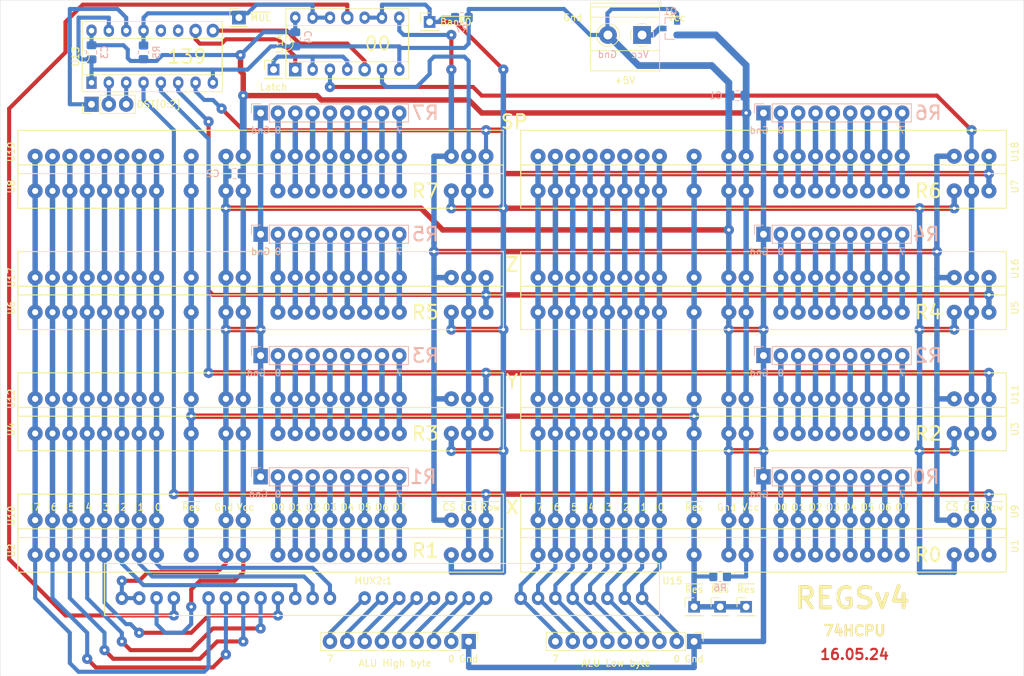
<source format=kicad_pcb>
(kicad_pcb (version 20171130) (host pcbnew "(5.1.8)-1")
  (layers (0 F.Cu signal) (31 B.Cu signal) (34 B.Paste user) (35 F.Paste user) (36 B.SilkS user) (37 F.SilkS user) (38 B.Mask user) (39 F.Mask user) (44 Edge.Cuts user))
  (net 0 "")
  (net 1 /L0)
  (net 2 /L1)
  (net 3 /L2)
  (net 4 /L3)
  (net 5 /L4)
  (net 6 /L5)
  (net 7 /L6)
  (net 8 /L7)
  (net 9 /H0)
  (net 10 /H1)
  (net 11 /H2)
  (net 12 /H3)
  (net 13 /H4)
  (net 14 /H5)
  (net 15 /H6)
  (net 16 /H7)
  (net 17 /R0.7)
  (net 18 /R0.6)
  (net 19 /R0.5)
  (net 20 /R0.4)
  (net 21 /R0.3)
  (net 22 /R0.2)
  (net 23 /R0.1)
  (net 24 /R0.0)
  (net 25 GND)
  (net 26 /R1.7)
  (net 27 /R1.6)
  (net 28 /R1.5)
  (net 29 /R1.4)
  (net 30 /R1.3)
  (net 31 /R1.2)
  (net 32 /R1.1)
  (net 33 /R1.0)
  (net 34 /R2.7)
  (net 35 /R2.6)
  (net 36 /R2.5)
  (net 37 /R2.4)
  (net 38 /R2.3)
  (net 39 /R2.2)
  (net 40 /R2.1)
  (net 41 /R2.0)
  (net 42 /R3.7)
  (net 43 /R3.6)
  (net 44 /R3.5)
  (net 45 /R3.4)
  (net 46 /R3.3)
  (net 47 /R3.2)
  (net 48 /R3.1)
  (net 49 /R3.0)
  (net 50 /R4.7)
  (net 51 /R4.6)
  (net 52 /R4.5)
  (net 53 /R4.4)
  (net 54 /R4.3)
  (net 55 /R4.2)
  (net 56 /R4.1)
  (net 57 /R4.0)
  (net 58 /R5.7)
  (net 59 /R5.6)
  (net 60 /R5.5)
  (net 61 /R5.4)
  (net 62 /R5.3)
  (net 63 /R5.2)
  (net 64 /R5.1)
  (net 65 /R5.0)
  (net 66 /R6.7)
  (net 67 /R6.6)
  (net 68 /R6.5)
  (net 69 /R6.4)
  (net 70 /R6.3)
  (net 71 /R6.2)
  (net 72 /R6.1)
  (net 73 /R6.0)
  (net 74 /R7.7)
  (net 75 /R7.6)
  (net 76 /R7.5)
  (net 77 /R7.4)
  (net 78 /R7.3)
  (net 79 /R7.2)
  (net 80 /R7.1)
  (net 81 /R7.0)
  (net 82 VCC)
  (net 83 /~R0)
  (net 84 /~L)
  (net 85 /~Res)
  (net 86 /~H)
  (net 87 /~R1)
  (net 88 /~R2)
  (net 89 /~R3)
  (net 90 /DST[2])
  (net 91 /DST[1])
  (net 92 /DST[0])
  (net 93 /~MUL)
  (net 94 /Latch)
  (net 95 "Net-(U13-Pad12)")
  (net 96 "Net-(U13-Pad11)")
  (net 97 "Net-(U13-Pad10)")
  (net 98 "Net-(U13-Pad9)")
  (net 99 /ALU_H7)
  (net 100 "Net-(J18-Pad8)")
  (net 101 "Net-(J18-Pad7)")
  (net 102 "Net-(J18-Pad6)")
  (net 103 "Net-(J18-Pad5)")
  (net 104 "Net-(J18-Pad4)")
  (net 105 "Net-(J18-Pad3)")
  (net 106 /ALU_H0)
  (net 107 "Net-(J16-Pad1)")
  (net 108 /~Bank0)
  (net 109 /~Bank1)
  (net 110 "Net-(U14-Pad11)")
  (module CommonLibrary:REG_CNT (layer F.Cu) (at 20.32 38.1 90)
    (fp_text reference U19 (at 0.635 -3.4925 90) (layer F.SilkS))
    (fp_text value REG_CNT)
    (pad 22 thru_hole circle (at 0 66.04 90) (size 2.2 2.2) (drill 0.9) (layers *.Cu *.Mask) (net 89 /~R3))
    (pad 21 thru_hole circle (at 0 63.5 90) (size 2.2 2.2) (drill 0.9) (layers *.Cu *.Mask) (net 86 /~H))
    (pad 20 thru_hole circle (at 0 60.96 90) (size 2.2 2.2) (drill 0.9) (layers *.Cu *.Mask) (net 109 /~Bank1))
    (pad 19 thru_hole circle (at 0 53.34 90) (size 2.2 2.2) (drill 0.9) (layers *.Cu *.Mask) (net 74 /R7.7))
    (pad 18 thru_hole circle (at 0 50.8 90) (size 2.2 2.2) (drill 0.9) (layers *.Cu *.Mask) (net 75 /R7.6))
    (pad 17 thru_hole circle (at 0 48.26 90) (size 2.2 2.2) (drill 0.9) (layers *.Cu *.Mask) (net 76 /R7.5))
    (pad 16 thru_hole circle (at 0 45.72 90) (size 2.2 2.2) (drill 0.9) (layers *.Cu *.Mask) (net 77 /R7.4))
    (pad 15 thru_hole circle (at 0 43.18 90) (size 2.2 2.2) (drill 0.9) (layers *.Cu *.Mask) (net 78 /R7.3))
    (pad 14 thru_hole circle (at 0 40.64 90) (size 2.2 2.2) (drill 0.9) (layers *.Cu *.Mask) (net 79 /R7.2))
    (pad 13 thru_hole circle (at 0 38.1 90) (size 2.2 2.2) (drill 0.9) (layers *.Cu *.Mask) (net 80 /R7.1))
    (pad 12 thru_hole circle (at 0 35.56 90) (size 2.2 2.2) (drill 0.9) (layers *.Cu *.Mask) (net 81 /R7.0))
    (pad 11 thru_hole circle (at 0 30.48 90) (size 2.2 2.2) (drill 0.9) (layers *.Cu *.Mask) (net 82 VCC))
    (pad 10 thru_hole circle (at 0 27.94 90) (size 2.2 2.2) (drill 0.9) (layers *.Cu *.Mask) (net 25 GND))
    (pad 9 thru_hole circle (at 0 22.86 90) (size 2.2 2.2) (drill 0.9) (layers *.Cu *.Mask) (net 85 /~Res))
    (pad 8 thru_hole circle (at 0 17.78 90) (size 2.2 2.2) (drill 0.9) (layers *.Cu *.Mask) (net 9 /H0))
    (pad 7 thru_hole circle (at 0 15.24 90) (size 2.2 2.2) (drill 0.9) (layers *.Cu *.Mask) (net 10 /H1))
    (pad 6 thru_hole circle (at 0 12.7 90) (size 2.2 2.2) (drill 0.9) (layers *.Cu *.Mask) (net 11 /H2))
    (pad 5 thru_hole circle (at 0 10.16 90) (size 2.2 2.2) (drill 0.9) (layers *.Cu *.Mask) (net 12 /H3))
    (pad 4 thru_hole circle (at 0 7.62 90) (size 2.2 2.2) (drill 0.9) (layers *.Cu *.Mask) (net 13 /H4))
    (pad 3 thru_hole circle (at 0 5.08 90) (size 2.2 2.2) (drill 0.9) (layers *.Cu *.Mask) (net 14 /H5))
    (pad 2 thru_hole circle (at 0 2.54 90) (size 2.2 2.2) (drill 0.9) (layers *.Cu *.Mask) (net 15 /H6))
    (pad 1 thru_hole circle (at 0 0 90) (size 2.2 2.2) (drill 0.9) (layers *.Cu *.Mask) (net 16 /H7))
  )
  (module CommonLibrary:REG_CNT (layer F.Cu) (at 93.98 38.1 90)
    (fp_text reference U18 (at 0.635 69.85 90) (layer F.SilkS))
    (fp_text value REG_CNT)
    (pad 22 thru_hole circle (at 0 66.04 90) (size 2.2 2.2) (drill 0.9) (layers *.Cu *.Mask) (net 89 /~R3))
    (pad 21 thru_hole circle (at 0 63.5 90) (size 2.2 2.2) (drill 0.9) (layers *.Cu *.Mask) (net 84 /~L))
    (pad 20 thru_hole circle (at 0 60.96 90) (size 2.2 2.2) (drill 0.9) (layers *.Cu *.Mask) (net 109 /~Bank1))
    (pad 19 thru_hole circle (at 0 53.34 90) (size 2.2 2.2) (drill 0.9) (layers *.Cu *.Mask) (net 66 /R6.7))
    (pad 18 thru_hole circle (at 0 50.8 90) (size 2.2 2.2) (drill 0.9) (layers *.Cu *.Mask) (net 67 /R6.6))
    (pad 17 thru_hole circle (at 0 48.26 90) (size 2.2 2.2) (drill 0.9) (layers *.Cu *.Mask) (net 68 /R6.5))
    (pad 16 thru_hole circle (at 0 45.72 90) (size 2.2 2.2) (drill 0.9) (layers *.Cu *.Mask) (net 69 /R6.4))
    (pad 15 thru_hole circle (at 0 43.18 90) (size 2.2 2.2) (drill 0.9) (layers *.Cu *.Mask) (net 70 /R6.3))
    (pad 14 thru_hole circle (at 0 40.64 90) (size 2.2 2.2) (drill 0.9) (layers *.Cu *.Mask) (net 71 /R6.2))
    (pad 13 thru_hole circle (at 0 38.1 90) (size 2.2 2.2) (drill 0.9) (layers *.Cu *.Mask) (net 72 /R6.1))
    (pad 12 thru_hole circle (at 0 35.56 90) (size 2.2 2.2) (drill 0.9) (layers *.Cu *.Mask) (net 73 /R6.0))
    (pad 11 thru_hole circle (at 0 30.48 90) (size 2.2 2.2) (drill 0.9) (layers *.Cu *.Mask) (net 82 VCC))
    (pad 10 thru_hole circle (at 0 27.94 90) (size 2.2 2.2) (drill 0.9) (layers *.Cu *.Mask) (net 25 GND))
    (pad 9 thru_hole circle (at 0 22.86 90) (size 2.2 2.2) (drill 0.9) (layers *.Cu *.Mask) (net 85 /~Res))
    (pad 8 thru_hole circle (at 0 17.78 90) (size 2.2 2.2) (drill 0.9) (layers *.Cu *.Mask) (net 1 /L0))
    (pad 7 thru_hole circle (at 0 15.24 90) (size 2.2 2.2) (drill 0.9) (layers *.Cu *.Mask) (net 2 /L1))
    (pad 6 thru_hole circle (at 0 12.7 90) (size 2.2 2.2) (drill 0.9) (layers *.Cu *.Mask) (net 3 /L2))
    (pad 5 thru_hole circle (at 0 10.16 90) (size 2.2 2.2) (drill 0.9) (layers *.Cu *.Mask) (net 4 /L3))
    (pad 4 thru_hole circle (at 0 7.62 90) (size 2.2 2.2) (drill 0.9) (layers *.Cu *.Mask) (net 5 /L4))
    (pad 3 thru_hole circle (at 0 5.08 90) (size 2.2 2.2) (drill 0.9) (layers *.Cu *.Mask) (net 6 /L5))
    (pad 2 thru_hole circle (at 0 2.54 90) (size 2.2 2.2) (drill 0.9) (layers *.Cu *.Mask) (net 7 /L6))
    (pad 1 thru_hole circle (at 0 0 90) (size 2.2 2.2) (drill 0.9) (layers *.Cu *.Mask) (net 8 /L7))
  )
  (module CommonLibrary:REG_CNT (layer F.Cu) (at 20.32 55.88 90)
    (fp_text reference U17 (at 0 -3.4925 90) (layer F.SilkS))
    (fp_text value REG_CNT)
    (pad 22 thru_hole circle (at 0 66.04 90) (size 2.2 2.2) (drill 0.9) (layers *.Cu *.Mask) (net 88 /~R2))
    (pad 21 thru_hole circle (at 0 63.5 90) (size 2.2 2.2) (drill 0.9) (layers *.Cu *.Mask) (net 86 /~H))
    (pad 20 thru_hole circle (at 0 60.96 90) (size 2.2 2.2) (drill 0.9) (layers *.Cu *.Mask) (net 109 /~Bank1))
    (pad 19 thru_hole circle (at 0 53.34 90) (size 2.2 2.2) (drill 0.9) (layers *.Cu *.Mask) (net 58 /R5.7))
    (pad 18 thru_hole circle (at 0 50.8 90) (size 2.2 2.2) (drill 0.9) (layers *.Cu *.Mask) (net 59 /R5.6))
    (pad 17 thru_hole circle (at 0 48.26 90) (size 2.2 2.2) (drill 0.9) (layers *.Cu *.Mask) (net 60 /R5.5))
    (pad 16 thru_hole circle (at 0 45.72 90) (size 2.2 2.2) (drill 0.9) (layers *.Cu *.Mask) (net 61 /R5.4))
    (pad 15 thru_hole circle (at 0 43.18 90) (size 2.2 2.2) (drill 0.9) (layers *.Cu *.Mask) (net 62 /R5.3))
    (pad 14 thru_hole circle (at 0 40.64 90) (size 2.2 2.2) (drill 0.9) (layers *.Cu *.Mask) (net 63 /R5.2))
    (pad 13 thru_hole circle (at 0 38.1 90) (size 2.2 2.2) (drill 0.9) (layers *.Cu *.Mask) (net 64 /R5.1))
    (pad 12 thru_hole circle (at 0 35.56 90) (size 2.2 2.2) (drill 0.9) (layers *.Cu *.Mask) (net 65 /R5.0))
    (pad 11 thru_hole circle (at 0 30.48 90) (size 2.2 2.2) (drill 0.9) (layers *.Cu *.Mask) (net 82 VCC))
    (pad 10 thru_hole circle (at 0 27.94 90) (size 2.2 2.2) (drill 0.9) (layers *.Cu *.Mask) (net 25 GND))
    (pad 9 thru_hole circle (at 0 22.86 90) (size 2.2 2.2) (drill 0.9) (layers *.Cu *.Mask) (net 85 /~Res))
    (pad 8 thru_hole circle (at 0 17.78 90) (size 2.2 2.2) (drill 0.9) (layers *.Cu *.Mask) (net 9 /H0))
    (pad 7 thru_hole circle (at 0 15.24 90) (size 2.2 2.2) (drill 0.9) (layers *.Cu *.Mask) (net 10 /H1))
    (pad 6 thru_hole circle (at 0 12.7 90) (size 2.2 2.2) (drill 0.9) (layers *.Cu *.Mask) (net 11 /H2))
    (pad 5 thru_hole circle (at 0 10.16 90) (size 2.2 2.2) (drill 0.9) (layers *.Cu *.Mask) (net 12 /H3))
    (pad 4 thru_hole circle (at 0 7.62 90) (size 2.2 2.2) (drill 0.9) (layers *.Cu *.Mask) (net 13 /H4))
    (pad 3 thru_hole circle (at 0 5.08 90) (size 2.2 2.2) (drill 0.9) (layers *.Cu *.Mask) (net 14 /H5))
    (pad 2 thru_hole circle (at 0 2.54 90) (size 2.2 2.2) (drill 0.9) (layers *.Cu *.Mask) (net 15 /H6))
    (pad 1 thru_hole circle (at 0 0 90) (size 2.2 2.2) (drill 0.9) (layers *.Cu *.Mask) (net 16 /H7))
  )
  (module CommonLibrary:REG_CNT (layer F.Cu) (at 93.98 55.88 90)
    (fp_text reference U16 (at 1.27 69.85 90) (layer F.SilkS))
    (fp_text value REG_CNT)
    (pad 22 thru_hole circle (at 0 66.04 90) (size 2.2 2.2) (drill 0.9) (layers *.Cu *.Mask) (net 88 /~R2))
    (pad 21 thru_hole circle (at 0 63.5 90) (size 2.2 2.2) (drill 0.9) (layers *.Cu *.Mask) (net 84 /~L))
    (pad 20 thru_hole circle (at 0 60.96 90) (size 2.2 2.2) (drill 0.9) (layers *.Cu *.Mask) (net 109 /~Bank1))
    (pad 19 thru_hole circle (at 0 53.34 90) (size 2.2 2.2) (drill 0.9) (layers *.Cu *.Mask) (net 50 /R4.7))
    (pad 18 thru_hole circle (at 0 50.8 90) (size 2.2 2.2) (drill 0.9) (layers *.Cu *.Mask) (net 51 /R4.6))
    (pad 17 thru_hole circle (at 0 48.26 90) (size 2.2 2.2) (drill 0.9) (layers *.Cu *.Mask) (net 52 /R4.5))
    (pad 16 thru_hole circle (at 0 45.72 90) (size 2.2 2.2) (drill 0.9) (layers *.Cu *.Mask) (net 53 /R4.4))
    (pad 15 thru_hole circle (at 0 43.18 90) (size 2.2 2.2) (drill 0.9) (layers *.Cu *.Mask) (net 54 /R4.3))
    (pad 14 thru_hole circle (at 0 40.64 90) (size 2.2 2.2) (drill 0.9) (layers *.Cu *.Mask) (net 55 /R4.2))
    (pad 13 thru_hole circle (at 0 38.1 90) (size 2.2 2.2) (drill 0.9) (layers *.Cu *.Mask) (net 56 /R4.1))
    (pad 12 thru_hole circle (at 0 35.56 90) (size 2.2 2.2) (drill 0.9) (layers *.Cu *.Mask) (net 57 /R4.0))
    (pad 11 thru_hole circle (at 0 30.48 90) (size 2.2 2.2) (drill 0.9) (layers *.Cu *.Mask) (net 82 VCC))
    (pad 10 thru_hole circle (at 0 27.94 90) (size 2.2 2.2) (drill 0.9) (layers *.Cu *.Mask) (net 25 GND))
    (pad 9 thru_hole circle (at 0 22.86 90) (size 2.2 2.2) (drill 0.9) (layers *.Cu *.Mask) (net 85 /~Res))
    (pad 8 thru_hole circle (at 0 17.78 90) (size 2.2 2.2) (drill 0.9) (layers *.Cu *.Mask) (net 1 /L0))
    (pad 7 thru_hole circle (at 0 15.24 90) (size 2.2 2.2) (drill 0.9) (layers *.Cu *.Mask) (net 2 /L1))
    (pad 6 thru_hole circle (at 0 12.7 90) (size 2.2 2.2) (drill 0.9) (layers *.Cu *.Mask) (net 3 /L2))
    (pad 5 thru_hole circle (at 0 10.16 90) (size 2.2 2.2) (drill 0.9) (layers *.Cu *.Mask) (net 4 /L3))
    (pad 4 thru_hole circle (at 0 7.62 90) (size 2.2 2.2) (drill 0.9) (layers *.Cu *.Mask) (net 5 /L4))
    (pad 3 thru_hole circle (at 0 5.08 90) (size 2.2 2.2) (drill 0.9) (layers *.Cu *.Mask) (net 6 /L5))
    (pad 2 thru_hole circle (at 0 2.54 90) (size 2.2 2.2) (drill 0.9) (layers *.Cu *.Mask) (net 7 /L6))
    (pad 1 thru_hole circle (at 0 0 90) (size 2.2 2.2) (drill 0.9) (layers *.Cu *.Mask) (net 8 /L7))
  )
  (module CommonLibrary:REG_CNT (layer F.Cu) (at 20.32 73.66 90)
    (fp_text reference U12 (at 0 -3.4925 90) (layer F.SilkS))
    (fp_text value REG_CNT)
    (pad 22 thru_hole circle (at 0 66.04 90) (size 2.2 2.2) (drill 0.9) (layers *.Cu *.Mask) (net 87 /~R1))
    (pad 21 thru_hole circle (at 0 63.5 90) (size 2.2 2.2) (drill 0.9) (layers *.Cu *.Mask) (net 86 /~H))
    (pad 20 thru_hole circle (at 0 60.96 90) (size 2.2 2.2) (drill 0.9) (layers *.Cu *.Mask) (net 109 /~Bank1))
    (pad 19 thru_hole circle (at 0 53.34 90) (size 2.2 2.2) (drill 0.9) (layers *.Cu *.Mask) (net 42 /R3.7))
    (pad 18 thru_hole circle (at 0 50.8 90) (size 2.2 2.2) (drill 0.9) (layers *.Cu *.Mask) (net 43 /R3.6))
    (pad 17 thru_hole circle (at 0 48.26 90) (size 2.2 2.2) (drill 0.9) (layers *.Cu *.Mask) (net 44 /R3.5))
    (pad 16 thru_hole circle (at 0 45.72 90) (size 2.2 2.2) (drill 0.9) (layers *.Cu *.Mask) (net 45 /R3.4))
    (pad 15 thru_hole circle (at 0 43.18 90) (size 2.2 2.2) (drill 0.9) (layers *.Cu *.Mask) (net 46 /R3.3))
    (pad 14 thru_hole circle (at 0 40.64 90) (size 2.2 2.2) (drill 0.9) (layers *.Cu *.Mask) (net 47 /R3.2))
    (pad 13 thru_hole circle (at 0 38.1 90) (size 2.2 2.2) (drill 0.9) (layers *.Cu *.Mask) (net 48 /R3.1))
    (pad 12 thru_hole circle (at 0 35.56 90) (size 2.2 2.2) (drill 0.9) (layers *.Cu *.Mask) (net 49 /R3.0))
    (pad 11 thru_hole circle (at 0 30.48 90) (size 2.2 2.2) (drill 0.9) (layers *.Cu *.Mask) (net 82 VCC))
    (pad 10 thru_hole circle (at 0 27.94 90) (size 2.2 2.2) (drill 0.9) (layers *.Cu *.Mask) (net 25 GND))
    (pad 9 thru_hole circle (at 0 22.86 90) (size 2.2 2.2) (drill 0.9) (layers *.Cu *.Mask) (net 85 /~Res))
    (pad 8 thru_hole circle (at 0 17.78 90) (size 2.2 2.2) (drill 0.9) (layers *.Cu *.Mask) (net 9 /H0))
    (pad 7 thru_hole circle (at 0 15.24 90) (size 2.2 2.2) (drill 0.9) (layers *.Cu *.Mask) (net 10 /H1))
    (pad 6 thru_hole circle (at 0 12.7 90) (size 2.2 2.2) (drill 0.9) (layers *.Cu *.Mask) (net 11 /H2))
    (pad 5 thru_hole circle (at 0 10.16 90) (size 2.2 2.2) (drill 0.9) (layers *.Cu *.Mask) (net 12 /H3))
    (pad 4 thru_hole circle (at 0 7.62 90) (size 2.2 2.2) (drill 0.9) (layers *.Cu *.Mask) (net 13 /H4))
    (pad 3 thru_hole circle (at 0 5.08 90) (size 2.2 2.2) (drill 0.9) (layers *.Cu *.Mask) (net 14 /H5))
    (pad 2 thru_hole circle (at 0 2.54 90) (size 2.2 2.2) (drill 0.9) (layers *.Cu *.Mask) (net 15 /H6))
    (pad 1 thru_hole circle (at 0 0 90) (size 2.2 2.2) (drill 0.9) (layers *.Cu *.Mask) (net 16 /H7))
  )
  (module CommonLibrary:REG_CNT (layer F.Cu) (at 93.98 73.66 90)
    (fp_text reference U11 (at 0.635 69.85 90) (layer F.SilkS))
    (fp_text value REG_CNT)
    (pad 22 thru_hole circle (at 0 66.04 90) (size 2.2 2.2) (drill 0.9) (layers *.Cu *.Mask) (net 87 /~R1))
    (pad 21 thru_hole circle (at 0 63.5 90) (size 2.2 2.2) (drill 0.9) (layers *.Cu *.Mask) (net 84 /~L))
    (pad 20 thru_hole circle (at 0 60.96 90) (size 2.2 2.2) (drill 0.9) (layers *.Cu *.Mask) (net 109 /~Bank1))
    (pad 19 thru_hole circle (at 0 53.34 90) (size 2.2 2.2) (drill 0.9) (layers *.Cu *.Mask) (net 34 /R2.7))
    (pad 18 thru_hole circle (at 0 50.8 90) (size 2.2 2.2) (drill 0.9) (layers *.Cu *.Mask) (net 35 /R2.6))
    (pad 17 thru_hole circle (at 0 48.26 90) (size 2.2 2.2) (drill 0.9) (layers *.Cu *.Mask) (net 36 /R2.5))
    (pad 16 thru_hole circle (at 0 45.72 90) (size 2.2 2.2) (drill 0.9) (layers *.Cu *.Mask) (net 37 /R2.4))
    (pad 15 thru_hole circle (at 0 43.18 90) (size 2.2 2.2) (drill 0.9) (layers *.Cu *.Mask) (net 38 /R2.3))
    (pad 14 thru_hole circle (at 0 40.64 90) (size 2.2 2.2) (drill 0.9) (layers *.Cu *.Mask) (net 39 /R2.2))
    (pad 13 thru_hole circle (at 0 38.1 90) (size 2.2 2.2) (drill 0.9) (layers *.Cu *.Mask) (net 40 /R2.1))
    (pad 12 thru_hole circle (at 0 35.56 90) (size 2.2 2.2) (drill 0.9) (layers *.Cu *.Mask) (net 41 /R2.0))
    (pad 11 thru_hole circle (at 0 30.48 90) (size 2.2 2.2) (drill 0.9) (layers *.Cu *.Mask) (net 82 VCC))
    (pad 10 thru_hole circle (at 0 27.94 90) (size 2.2 2.2) (drill 0.9) (layers *.Cu *.Mask) (net 25 GND))
    (pad 9 thru_hole circle (at 0 22.86 90) (size 2.2 2.2) (drill 0.9) (layers *.Cu *.Mask) (net 85 /~Res))
    (pad 8 thru_hole circle (at 0 17.78 90) (size 2.2 2.2) (drill 0.9) (layers *.Cu *.Mask) (net 1 /L0))
    (pad 7 thru_hole circle (at 0 15.24 90) (size 2.2 2.2) (drill 0.9) (layers *.Cu *.Mask) (net 2 /L1))
    (pad 6 thru_hole circle (at 0 12.7 90) (size 2.2 2.2) (drill 0.9) (layers *.Cu *.Mask) (net 3 /L2))
    (pad 5 thru_hole circle (at 0 10.16 90) (size 2.2 2.2) (drill 0.9) (layers *.Cu *.Mask) (net 4 /L3))
    (pad 4 thru_hole circle (at 0 7.62 90) (size 2.2 2.2) (drill 0.9) (layers *.Cu *.Mask) (net 5 /L4))
    (pad 3 thru_hole circle (at 0 5.08 90) (size 2.2 2.2) (drill 0.9) (layers *.Cu *.Mask) (net 6 /L5))
    (pad 2 thru_hole circle (at 0 2.54 90) (size 2.2 2.2) (drill 0.9) (layers *.Cu *.Mask) (net 7 /L6))
    (pad 1 thru_hole circle (at 0 0 90) (size 2.2 2.2) (drill 0.9) (layers *.Cu *.Mask) (net 8 /L7))
  )
  (module CommonLibrary:REG_CNT (layer F.Cu) (at 20.32 91.44 90)
    (fp_text reference U10 (at 0.635 -3.4925 90) (layer F.SilkS))
    (fp_text value REG_CNT)
    (pad 22 thru_hole circle (at 0 66.04 90) (size 2.2 2.2) (drill 0.9) (layers *.Cu *.Mask) (net 83 /~R0))
    (pad 21 thru_hole circle (at 0 63.5 90) (size 2.2 2.2) (drill 0.9) (layers *.Cu *.Mask) (net 86 /~H))
    (pad 20 thru_hole circle (at 0 60.96 90) (size 2.2 2.2) (drill 0.9) (layers *.Cu *.Mask) (net 109 /~Bank1))
    (pad 19 thru_hole circle (at 0 53.34 90) (size 2.2 2.2) (drill 0.9) (layers *.Cu *.Mask) (net 26 /R1.7))
    (pad 18 thru_hole circle (at 0 50.8 90) (size 2.2 2.2) (drill 0.9) (layers *.Cu *.Mask) (net 27 /R1.6))
    (pad 17 thru_hole circle (at 0 48.26 90) (size 2.2 2.2) (drill 0.9) (layers *.Cu *.Mask) (net 28 /R1.5))
    (pad 16 thru_hole circle (at 0 45.72 90) (size 2.2 2.2) (drill 0.9) (layers *.Cu *.Mask) (net 29 /R1.4))
    (pad 15 thru_hole circle (at 0 43.18 90) (size 2.2 2.2) (drill 0.9) (layers *.Cu *.Mask) (net 30 /R1.3))
    (pad 14 thru_hole circle (at 0 40.64 90) (size 2.2 2.2) (drill 0.9) (layers *.Cu *.Mask) (net 31 /R1.2))
    (pad 13 thru_hole circle (at 0 38.1 90) (size 2.2 2.2) (drill 0.9) (layers *.Cu *.Mask) (net 32 /R1.1))
    (pad 12 thru_hole circle (at 0 35.56 90) (size 2.2 2.2) (drill 0.9) (layers *.Cu *.Mask) (net 33 /R1.0))
    (pad 11 thru_hole circle (at 0 30.48 90) (size 2.2 2.2) (drill 0.9) (layers *.Cu *.Mask) (net 82 VCC))
    (pad 10 thru_hole circle (at 0 27.94 90) (size 2.2 2.2) (drill 0.9) (layers *.Cu *.Mask) (net 25 GND))
    (pad 9 thru_hole circle (at 0 22.86 90) (size 2.2 2.2) (drill 0.9) (layers *.Cu *.Mask) (net 85 /~Res))
    (pad 8 thru_hole circle (at 0 17.78 90) (size 2.2 2.2) (drill 0.9) (layers *.Cu *.Mask) (net 9 /H0))
    (pad 7 thru_hole circle (at 0 15.24 90) (size 2.2 2.2) (drill 0.9) (layers *.Cu *.Mask) (net 10 /H1))
    (pad 6 thru_hole circle (at 0 12.7 90) (size 2.2 2.2) (drill 0.9) (layers *.Cu *.Mask) (net 11 /H2))
    (pad 5 thru_hole circle (at 0 10.16 90) (size 2.2 2.2) (drill 0.9) (layers *.Cu *.Mask) (net 12 /H3))
    (pad 4 thru_hole circle (at 0 7.62 90) (size 2.2 2.2) (drill 0.9) (layers *.Cu *.Mask) (net 13 /H4))
    (pad 3 thru_hole circle (at 0 5.08 90) (size 2.2 2.2) (drill 0.9) (layers *.Cu *.Mask) (net 14 /H5))
    (pad 2 thru_hole circle (at 0 2.54 90) (size 2.2 2.2) (drill 0.9) (layers *.Cu *.Mask) (net 15 /H6))
    (pad 1 thru_hole circle (at 0 0 90) (size 2.2 2.2) (drill 0.9) (layers *.Cu *.Mask) (net 16 /H7))
  )
  (module CommonLibrary:REG_CNT (layer F.Cu) (at 93.98 91.44 90)
    (fp_text reference U9 (at 1.27 69.85 90) (layer F.SilkS))
    (fp_text value REG_CNT)
    (pad 22 thru_hole circle (at 0 66.04 90) (size 2.2 2.2) (drill 0.9) (layers *.Cu *.Mask) (net 83 /~R0))
    (pad 21 thru_hole circle (at 0 63.5 90) (size 2.2 2.2) (drill 0.9) (layers *.Cu *.Mask) (net 84 /~L))
    (pad 20 thru_hole circle (at 0 60.96 90) (size 2.2 2.2) (drill 0.9) (layers *.Cu *.Mask) (net 109 /~Bank1))
    (pad 19 thru_hole circle (at 0 53.34 90) (size 2.2 2.2) (drill 0.9) (layers *.Cu *.Mask) (net 17 /R0.7))
    (pad 18 thru_hole circle (at 0 50.8 90) (size 2.2 2.2) (drill 0.9) (layers *.Cu *.Mask) (net 18 /R0.6))
    (pad 17 thru_hole circle (at 0 48.26 90) (size 2.2 2.2) (drill 0.9) (layers *.Cu *.Mask) (net 19 /R0.5))
    (pad 16 thru_hole circle (at 0 45.72 90) (size 2.2 2.2) (drill 0.9) (layers *.Cu *.Mask) (net 20 /R0.4))
    (pad 15 thru_hole circle (at 0 43.18 90) (size 2.2 2.2) (drill 0.9) (layers *.Cu *.Mask) (net 21 /R0.3))
    (pad 14 thru_hole circle (at 0 40.64 90) (size 2.2 2.2) (drill 0.9) (layers *.Cu *.Mask) (net 22 /R0.2))
    (pad 13 thru_hole circle (at 0 38.1 90) (size 2.2 2.2) (drill 0.9) (layers *.Cu *.Mask) (net 23 /R0.1))
    (pad 12 thru_hole circle (at 0 35.56 90) (size 2.2 2.2) (drill 0.9) (layers *.Cu *.Mask) (net 24 /R0.0))
    (pad 11 thru_hole circle (at 0 30.48 90) (size 2.2 2.2) (drill 0.9) (layers *.Cu *.Mask) (net 82 VCC))
    (pad 10 thru_hole circle (at 0 27.94 90) (size 2.2 2.2) (drill 0.9) (layers *.Cu *.Mask) (net 25 GND))
    (pad 9 thru_hole circle (at 0 22.86 90) (size 2.2 2.2) (drill 0.9) (layers *.Cu *.Mask) (net 85 /~Res))
    (pad 8 thru_hole circle (at 0 17.78 90) (size 2.2 2.2) (drill 0.9) (layers *.Cu *.Mask) (net 1 /L0))
    (pad 7 thru_hole circle (at 0 15.24 90) (size 2.2 2.2) (drill 0.9) (layers *.Cu *.Mask) (net 2 /L1))
    (pad 6 thru_hole circle (at 0 12.7 90) (size 2.2 2.2) (drill 0.9) (layers *.Cu *.Mask) (net 3 /L2))
    (pad 5 thru_hole circle (at 0 10.16 90) (size 2.2 2.2) (drill 0.9) (layers *.Cu *.Mask) (net 4 /L3))
    (pad 4 thru_hole circle (at 0 7.62 90) (size 2.2 2.2) (drill 0.9) (layers *.Cu *.Mask) (net 5 /L4))
    (pad 3 thru_hole circle (at 0 5.08 90) (size 2.2 2.2) (drill 0.9) (layers *.Cu *.Mask) (net 6 /L5))
    (pad 2 thru_hole circle (at 0 2.54 90) (size 2.2 2.2) (drill 0.9) (layers *.Cu *.Mask) (net 7 /L6))
    (pad 1 thru_hole circle (at 0 0 90) (size 2.2 2.2) (drill 0.9) (layers *.Cu *.Mask) (net 8 /L7))
  )
  (module Connector_PinHeader_2.54mm:PinHeader_1x01_P2.54mm_Vertical (layer F.Cu) (at 124.46 104.14)
    (fp_text reference J20 hide)
    (fp_text value Conn_01x01_Male)
    (pad 1 thru_hole rect (at 0 0) (size 1.7 1.7) (drill 1) (layers *.Cu *.Mask) (net 85 /~Res))
  )
  (module Connector_PinHeader_2.54mm:PinHeader_1x01_P2.54mm_Vertical (layer F.Cu) (at 120.65 104.14)
    (fp_text reference J19 hide)
    (fp_text value Conn_01x01_Male)
    (pad 1 thru_hole rect (at 0 0) (size 1.7 1.7) (drill 1) (layers *.Cu *.Mask) (net 85 /~Res))
  )
  (module Resistor_SMD:R_0805_2012Metric_Pad1.20x1.40mm_HandSolder (layer B.Cu) (at 82.82 17.78)
    (fp_text reference R7 (at 0 1.65 180) (layer B.SilkS) (effects (justify mirror)))
    (fp_text value 10k)
    (pad 2 smd roundrect (at 1 0) (size 1.2 1.4) (layers B.Cu B.Paste B.Mask) (roundrect_rratio 0.2083325) (net 25 GND))
    (pad 1 smd roundrect (at -1 0) (size 1.2 1.4) (layers B.Cu B.Paste B.Mask) (roundrect_rratio 0.2083325) (net 108 /~Bank0))
  )
  (module Package_TO_SOT_SMD:SOT-23 (layer B.Cu) (at 113.3475 19.3675 180)
    (fp_text reference Q1 (at 0 2.5 180) (layer B.SilkS) (effects (justify mirror)))
    (fp_text value IRLML5203)
    (pad 3 smd rect (at 1 0 180) (size 0.9 0.8) (layers B.Cu B.Paste B.Mask) (net 107 "Net-(J16-Pad1)"))
    (pad 2 smd rect (at -1 -0.95 180) (size 0.9 0.8) (layers B.Cu B.Paste B.Mask) (net 82 VCC))
    (pad 1 smd rect (at -1 0.95 180) (size 0.9 0.8) (layers B.Cu B.Paste B.Mask) (net 25 GND))
  )
  (module Capacitor_SMD:C_0805_2012Metric_Pad1.18x1.45mm_HandSolder (layer B.Cu) (at 58.42 20.955 270)
    (fp_text reference C4 (at -0.3175 -1.905 90) (layer B.SilkS) (effects (justify mirror)))
    (fp_text value 0.1uF)
    (pad 2 smd roundrect (at 1.0375 0 270) (size 1.175 1.45) (layers B.Cu B.Paste B.Mask) (roundrect_rratio 0.2127659574468085) (net 25 GND))
    (pad 1 smd roundrect (at -1.0375 0 270) (size 1.175 1.45) (layers B.Cu B.Paste B.Mask) (roundrect_rratio 0.2127659574468085) (net 82 VCC))
  )
  (module Capacitor_SMD:C_0805_2012Metric_Pad1.18x1.45mm_HandSolder (layer B.Cu) (at 28.575 22.86 270)
    (fp_text reference C3 (at 0 -1.905 90) (layer B.SilkS) (effects (justify mirror)))
    (fp_text value 0.1uF)
    (pad 2 smd roundrect (at 1.0375 0 270) (size 1.175 1.45) (layers B.Cu B.Paste B.Mask) (roundrect_rratio 0.2127659574468085) (net 25 GND))
    (pad 1 smd roundrect (at -1.0375 0 270) (size 1.175 1.45) (layers B.Cu B.Paste B.Mask) (roundrect_rratio 0.2127659574468085) (net 82 VCC))
  )
  (module Capacitor_SMD:C_0805_2012Metric_Pad1.18x1.45mm_HandSolder (layer B.Cu) (at 49.53 40.64 180)
    (fp_text reference C2 (at 3.175 0) (layer B.SilkS) (effects (justify mirror)))
    (fp_text value 0.1uF)
    (pad 2 smd roundrect (at 1.0375 0 180) (size 1.175 1.45) (layers B.Cu B.Paste B.Mask) (roundrect_rratio 0.2127659574468085) (net 25 GND))
    (pad 1 smd roundrect (at -1.0375 0 180) (size 1.175 1.45) (layers B.Cu B.Paste B.Mask) (roundrect_rratio 0.2127659574468085) (net 82 VCC))
  )
  (module Capacitor_SMD:C_0805_2012Metric_Pad1.18x1.45mm_HandSolder (layer B.Cu) (at 123.19 29.21 180)
    (fp_text reference C1 (at 3.175 0) (layer B.SilkS) (effects (justify mirror)))
    (fp_text value 0.1uF)
    (pad 2 smd roundrect (at 1.0375 0 180) (size 1.175 1.45) (layers B.Cu B.Paste B.Mask) (roundrect_rratio 0.2127659574468085) (net 25 GND))
    (pad 1 smd roundrect (at -1.0375 0 180) (size 1.175 1.45) (layers B.Cu B.Paste B.Mask) (roundrect_rratio 0.2127659574468085) (net 82 VCC))
  )
  (module Resistor_SMD:R_0805_2012Metric_Pad1.20x1.40mm_HandSolder (layer B.Cu) (at 120.65 99.695)
    (fp_text reference R6 (at 0 1.65) (layer B.SilkS) (effects (justify mirror)))
    (fp_text value 10k)
    (pad 2 smd roundrect (at 1 0) (size 1.2 1.4) (layers B.Cu B.Paste B.Mask) (roundrect_rratio 0.2083325) (net 82 VCC))
    (pad 1 smd roundrect (at -1 0) (size 1.2 1.4) (layers B.Cu B.Paste B.Mask) (roundrect_rratio 0.2083325) (net 85 /~Res))
  )
  (module Resistor_SMD:R_0805_2012Metric_Pad1.20x1.40mm_HandSolder (layer B.Cu) (at 36.195 22.86 270)
    (fp_text reference R5 (at 0 -1.905 90) (layer B.SilkS) (effects (justify mirror)))
    (fp_text value 10k)
    (pad 2 smd roundrect (at 1 0 270) (size 1.2 1.4) (layers B.Cu B.Paste B.Mask) (roundrect_rratio 0.2083325) (net 82 VCC))
    (pad 1 smd roundrect (at -1 0 270) (size 1.2 1.4) (layers B.Cu B.Paste B.Mask) (roundrect_rratio 0.2083325) (net 93 /~MUL))
  )
  (module Connector_PinHeader_2.54mm:PinHeader_1x09_P2.54mm_Vertical (layer F.Cu) (at 83.82 109.22 270)
    (fp_text reference J18 hide)
    (fp_text value Conn_01x09_Male)
    (pad 9 thru_hole oval (at 0 20.32 270) (size 2.2 2.1) (drill 1) (layers *.Cu *.Mask) (net 99 /ALU_H7))
    (pad 8 thru_hole oval (at 0 17.78 270) (size 2.2 2.1) (drill 1) (layers *.Cu *.Mask) (net 100 "Net-(J18-Pad8)"))
    (pad 7 thru_hole oval (at 0 15.24 270) (size 2.2 2.1) (drill 1) (layers *.Cu *.Mask) (net 101 "Net-(J18-Pad7)"))
    (pad 6 thru_hole oval (at 0 12.7 270) (size 2.2 2.1) (drill 1) (layers *.Cu *.Mask) (net 102 "Net-(J18-Pad6)"))
    (pad 5 thru_hole oval (at 0 10.16 270) (size 2.2 2.1) (drill 1) (layers *.Cu *.Mask) (net 103 "Net-(J18-Pad5)"))
    (pad 4 thru_hole oval (at 0 7.62 270) (size 2.2 2.1) (drill 1) (layers *.Cu *.Mask) (net 104 "Net-(J18-Pad4)"))
    (pad 3 thru_hole oval (at 0 5.08 270) (size 2.2 2.1) (drill 1) (layers *.Cu *.Mask) (net 105 "Net-(J18-Pad3)"))
    (pad 2 thru_hole oval (at 0 2.54 270) (size 2.2 2.1) (drill 1) (layers *.Cu *.Mask) (net 106 /ALU_H0))
    (pad 1 thru_hole rect (at 0 0 270) (size 2.2 2.1) (drill 1) (layers *.Cu *.Mask) (net 25 GND))
  )
  (module Connector_PinHeader_2.54mm:PinHeader_1x09_P2.54mm_Vertical (layer F.Cu) (at 116.84 109.22 270)
    (fp_text reference J17 hide)
    (fp_text value Conn_01x09_Male)
    (pad 9 thru_hole oval (at 0 20.32 270) (size 2.2 2.1) (drill 1) (layers *.Cu *.Mask) (net 8 /L7))
    (pad 8 thru_hole oval (at 0 17.78 270) (size 2.2 2.1) (drill 1) (layers *.Cu *.Mask) (net 7 /L6))
    (pad 7 thru_hole oval (at 0 15.24 270) (size 2.2 2.1) (drill 1) (layers *.Cu *.Mask) (net 6 /L5))
    (pad 6 thru_hole oval (at 0 12.7 270) (size 2.2 2.1) (drill 1) (layers *.Cu *.Mask) (net 5 /L4))
    (pad 5 thru_hole oval (at 0 10.16 270) (size 2.2 2.1) (drill 1) (layers *.Cu *.Mask) (net 4 /L3))
    (pad 4 thru_hole oval (at 0 7.62 270) (size 2.2 2.1) (drill 1) (layers *.Cu *.Mask) (net 3 /L2))
    (pad 3 thru_hole oval (at 0 5.08 270) (size 2.2 2.1) (drill 1) (layers *.Cu *.Mask) (net 2 /L1))
    (pad 2 thru_hole oval (at 0 2.54 270) (size 2.2 2.1) (drill 1) (layers *.Cu *.Mask) (net 1 /L0))
    (pad 1 thru_hole rect (at 0 0 270) (size 2.2 2.1) (drill 1) (layers *.Cu *.Mask) (net 25 GND))
  )
  (module CommonLibrary:CMDwoC (layer F.Cu) (at 109.22 102.87 270)
    (fp_text reference U15 (at -2.54 -4.445 180) (layer F.SilkS))
    (fp_text value MUX2-1)
    (pad 28 thru_hole oval (at 0 76.2 270) (size 2 1.8) (drill 0.9) (layers *.Cu *.Mask) (net 25 GND))
    (pad 27 thru_hole oval (at 0 73.66 270) (size 2 1.8) (drill 0.9) (layers *.Cu *.Mask) (net 25 GND))
    (pad 26 thru_hole oval (at 0 71.12 270) (size 2 1.8) (drill 0.9) (layers *.Cu *.Mask) (net 82 VCC))
    (pad 25 thru_hole oval (at 0 68.58 270) (size 2 1.8) (drill 0.9) (layers *.Cu *.Mask) (net 110 "Net-(U14-Pad11)"))
    (pad 24 thru_hole oval (at 0 63.5 270) (size 2 1.8) (drill 0.9) (layers *.Cu *.Mask) (net 16 /H7))
    (pad 23 thru_hole oval (at 0 60.96 270) (size 2 1.8) (drill 0.9) (layers *.Cu *.Mask) (net 15 /H6))
    (pad 22 thru_hole oval (at 0 58.42 270) (size 2 1.8) (drill 0.9) (layers *.Cu *.Mask) (net 14 /H5))
    (pad 21 thru_hole oval (at 0 55.88 270) (size 2 1.8) (drill 0.9) (layers *.Cu *.Mask) (net 13 /H4))
    (pad 20 thru_hole oval (at 0 53.34 270) (size 2 1.8) (drill 0.9) (layers *.Cu *.Mask) (net 12 /H3))
    (pad 19 thru_hole oval (at 0 50.8 270) (size 2 1.8) (drill 0.9) (layers *.Cu *.Mask) (net 11 /H2))
    (pad 18 thru_hole oval (at 0 48.26 270) (size 2 1.8) (drill 0.9) (layers *.Cu *.Mask) (net 10 /H1))
    (pad 17 thru_hole oval (at 0 45.72 270) (size 2 1.8) (drill 0.9) (layers *.Cu *.Mask) (net 9 /H0))
    (pad 16 thru_hole oval (at 0 40.64 270) (size 2 1.8) (drill 0.9) (layers *.Cu *.Mask) (net 99 /ALU_H7))
    (pad 15 thru_hole oval (at 0 38.1 270) (size 2 1.8) (drill 0.9) (layers *.Cu *.Mask) (net 100 "Net-(J18-Pad8)"))
    (pad 14 thru_hole oval (at 0 35.56 270) (size 2 1.8) (drill 0.9) (layers *.Cu *.Mask) (net 101 "Net-(J18-Pad7)"))
    (pad 13 thru_hole oval (at 0 33.02 270) (size 2 1.8) (drill 0.9) (layers *.Cu *.Mask) (net 102 "Net-(J18-Pad6)"))
    (pad 12 thru_hole oval (at 0 30.48 270) (size 2 1.8) (drill 0.9) (layers *.Cu *.Mask) (net 103 "Net-(J18-Pad5)"))
    (pad 11 thru_hole oval (at 0 27.94 270) (size 2 1.8) (drill 0.9) (layers *.Cu *.Mask) (net 104 "Net-(J18-Pad4)"))
    (pad 10 thru_hole oval (at 0 25.4 270) (size 2 1.8) (drill 0.9) (layers *.Cu *.Mask) (net 105 "Net-(J18-Pad3)"))
    (pad 9 thru_hole oval (at 0 22.86 270) (size 2 1.8) (drill 0.9) (layers *.Cu *.Mask) (net 106 /ALU_H0))
    (pad 8 thru_hole oval (at 0 17.78 270) (size 2 1.8) (drill 0.9) (layers *.Cu *.Mask) (net 8 /L7))
    (pad 7 thru_hole oval (at 0 15.24 270) (size 2 1.8) (drill 0.9) (layers *.Cu *.Mask) (net 7 /L6))
    (pad 6 thru_hole oval (at 0 12.7 270) (size 2 1.8) (drill 0.9) (layers *.Cu *.Mask) (net 6 /L5))
    (pad 5 thru_hole oval (at 0 10.16 270) (size 2 1.8) (drill 0.9) (layers *.Cu *.Mask) (net 5 /L4))
    (pad 4 thru_hole oval (at 0 7.62 270) (size 2 1.8) (drill 0.9) (layers *.Cu *.Mask) (net 4 /L3))
    (pad 3 thru_hole oval (at 0 5.08 270) (size 2 1.8) (drill 0.9) (layers *.Cu *.Mask) (net 3 /L2))
    (pad 2 thru_hole oval (at 0 2.54 270) (size 2 1.8) (drill 0.9) (layers *.Cu *.Mask) (net 2 /L1))
    (pad 1 thru_hole oval (at 0 0 270) (size 2 1.8) (drill 0.9) (layers *.Cu *.Mask) (net 1 /L0))
  )
  (module TerminalBlock_Phoenix:TerminalBlock_Phoenix_MKDS-1,5-2_1x02_P5.00mm_Horizontal (layer F.Cu) (at 109.22 20.32 180)
    (fp_text reference J16 hide)
    (fp_text value Screw_Terminal_01x02)
    (pad 2 thru_hole circle (at 5 0 180) (size 2.6 2.6) (drill 1.3) (layers *.Cu *.Mask) (net 25 GND))
    (pad 1 thru_hole rect (at 0 0 180) (size 2.6 2.6) (drill 1.3) (layers *.Cu *.Mask) (net 107 "Net-(J16-Pad1)"))
  )
  (module Package_DIP:DIP-14_W7.62mm_Socket (layer F.Cu) (at 58.42 25.4 90)
    (fp_text reference U14 (at 3.81 -2.33 90) (layer F.SilkS))
    (fp_text value 74HC00)
    (pad 14 thru_hole oval (at 7.62 0 90) (size 1.8 1.5) (drill 0.8) (layers *.Cu *.Mask) (net 82 VCC))
    (pad 7 thru_hole oval (at 0 15.24 90) (size 1.8 1.5) (drill 0.8) (layers *.Cu *.Mask) (net 25 GND))
    (pad 13 thru_hole oval (at 7.62 2.54 90) (size 1.8 1.5) (drill 0.8) (layers *.Cu *.Mask) (net 93 /~MUL))
    (pad 6 thru_hole oval (at 0 12.7 90) (size 1.8 1.5) (drill 0.8) (layers *.Cu *.Mask) (net 86 /~H))
    (pad 12 thru_hole oval (at 7.62 5.08 90) (size 1.8 1.5) (drill 0.8) (layers *.Cu *.Mask) (net 93 /~MUL))
    (pad 5 thru_hole oval (at 0 10.16 90) (size 2 1.8) (drill 1) (layers *.Cu *.Mask) (net 98 "Net-(U13-Pad9)"))
    (pad 11 thru_hole oval (at 7.62 7.62 90) (size 2 1.8) (drill 1) (layers *.Cu *.Mask) (net 110 "Net-(U14-Pad11)"))
    (pad 4 thru_hole oval (at 0 7.62 90) (size 1.8 1.5) (drill 0.8) (layers *.Cu *.Mask) (net 94 /Latch))
    (pad 10 thru_hole oval (at 7.62 10.16 90) (size 1.8 1.5) (drill 0.8) (layers *.Cu *.Mask) (net 108 /~Bank0))
    (pad 3 thru_hole oval (at 0 5.08 90) (size 1.8 1.5) (drill 0.8) (layers *.Cu *.Mask) (net 84 /~L))
    (pad 9 thru_hole oval (at 7.62 12.7 90) (size 1.8 1.5) (drill 0.8) (layers *.Cu *.Mask) (net 108 /~Bank0))
    (pad 2 thru_hole oval (at 0 2.54 90) (size 1.8 1.5) (drill 0.8) (layers *.Cu *.Mask) (net 94 /Latch))
    (pad 8 thru_hole oval (at 7.62 15.24 90) (size 1.8 1.5) (drill 0.8) (layers *.Cu *.Mask) (net 109 /~Bank1))
    (pad 1 thru_hole rect (at 0 0 90) (size 2 1.8) (drill 1) (layers *.Cu *.Mask) (net 97 "Net-(U13-Pad10)"))
  )
  (module Package_DIP:DIP-16_W7.62mm_Socket (layer F.Cu) (at 28.575 27.305 90)
    (fp_text reference U13 (at 3.81 -2.33 90) (layer F.SilkS))
    (fp_text value 74LS139)
    (pad 16 thru_hole oval (at 7.62 0 90) (size 1.8 1.5) (drill 0.8) (layers *.Cu *.Mask) (net 82 VCC))
    (pad 8 thru_hole oval (at 0 17.78 90) (size 1.8 1.5) (drill 0.8) (layers *.Cu *.Mask) (net 25 GND))
    (pad 15 thru_hole oval (at 7.62 2.54 90) (size 1.8 1.5) (drill 0.8) (layers *.Cu *.Mask) (net 25 GND))
    (pad 7 thru_hole oval (at 0 15.24 90) (size 1.8 1.5) (drill 0.8) (layers *.Cu *.Mask) (net 89 /~R3))
    (pad 14 thru_hole oval (at 7.62 5.08 90) (size 1.8 1.5) (drill 0.8) (layers *.Cu *.Mask) (net 92 /DST[0]))
    (pad 6 thru_hole oval (at 0 12.7 90) (size 1.8 1.5) (drill 0.8) (layers *.Cu *.Mask) (net 88 /~R2))
    (pad 13 thru_hole oval (at 7.62 7.62 90) (size 1.8 1.5) (drill 0.8) (layers *.Cu *.Mask) (net 93 /~MUL))
    (pad 5 thru_hole oval (at 0 10.16 90) (size 1.8 1.5) (drill 0.8) (layers *.Cu *.Mask) (net 87 /~R1))
    (pad 12 thru_hole oval (at 7.62 10.16 90) (size 1.8 1.5) (drill 0.8) (layers *.Cu *.Mask) (net 95 "Net-(U13-Pad12)"))
    (pad 4 thru_hole oval (at 0 7.62 90) (size 1.8 1.5) (drill 0.8) (layers *.Cu *.Mask) (net 83 /~R0))
    (pad 11 thru_hole oval (at 7.62 12.7 90) (size 1.8 1.5) (drill 0.8) (layers *.Cu *.Mask) (net 96 "Net-(U13-Pad11)"))
    (pad 3 thru_hole oval (at 0 5.08 90) (size 1.8 1.5) (drill 0.8) (layers *.Cu *.Mask) (net 90 /DST[2]))
    (pad 10 thru_hole oval (at 7.62 15.24 90) (size 2 1.8) (drill 1) (layers *.Cu *.Mask) (net 97 "Net-(U13-Pad10)"))
    (pad 2 thru_hole oval (at 0 2.54 90) (size 1.8 1.5) (drill 0.8) (layers *.Cu *.Mask) (net 91 /DST[1]))
    (pad 9 thru_hole oval (at 7.62 17.78 90) (size 2 1.8) (drill 1) (layers *.Cu *.Mask) (net 98 "Net-(U13-Pad9)"))
    (pad 1 thru_hole rect (at 0 0 90) (size 1.8 1.5) (drill 0.8) (layers *.Cu *.Mask) (net 25 GND))
  )
  (module Connector_PinHeader_2.54mm:PinHeader_1x01_P2.54mm_Vertical (layer F.Cu) (at 55.245 25.4)
    (fp_text reference J15 hide)
    (fp_text value Conn_01x01_Male)
    (pad 1 thru_hole rect (at 0 0) (size 1.7 1.7) (drill 1) (layers *.Cu *.Mask) (net 94 /Latch))
  )
  (module Connector_PinHeader_2.54mm:PinHeader_1x01_P2.54mm_Vertical (layer F.Cu) (at 78.105 18.415)
    (fp_text reference J14 hide)
    (fp_text value Conn_01x01_Male)
    (pad 1 thru_hole rect (at 0 0) (size 1.7 1.7) (drill 1) (layers *.Cu *.Mask) (net 108 /~Bank0))
  )
  (module Connector_PinHeader_2.54mm:PinHeader_1x01_P2.54mm_Vertical (layer F.Cu) (at 116.84 104.14)
    (fp_text reference J13 hide)
    (fp_text value Conn_01x01_Male)
    (pad 1 thru_hole rect (at 0 0) (size 1.7 1.7) (drill 1) (layers *.Cu *.Mask) (net 85 /~Res))
  )
  (module Connector_PinHeader_2.54mm:PinHeader_1x01_P2.54mm_Vertical (layer F.Cu) (at 50.165 17.78)
    (fp_text reference J12 hide)
    (fp_text value Conn_01x01_Male)
    (pad 1 thru_hole rect (at 0 0) (size 2 2) (drill 1) (layers *.Cu *.Mask) (net 93 /~MUL))
  )
  (module Connector_PinHeader_2.54mm:PinHeader_1x03_P2.54mm_Vertical (layer F.Cu) (at 28.575 30.48 90)
    (fp_text reference J11 hide)
    (fp_text value Conn_01x03_Male)
    (pad 3 thru_hole oval (at 0 5.08 90) (size 2.2 2.1) (drill 1) (layers *.Cu *.Mask) (net 90 /DST[2]))
    (pad 2 thru_hole oval (at 0 2.54 90) (size 2.2 2.1) (drill 1) (layers *.Cu *.Mask) (net 91 /DST[1]))
    (pad 1 thru_hole rect (at 0 0 90) (size 2.2 2.1) (drill 1) (layers *.Cu *.Mask) (net 92 /DST[0]))
  )
  (module Connector_PinHeader_2.54mm:PinHeader_1x09_P2.54mm_Vertical (layer B.Cu) (at 53.34 31.75 270)
    (fp_text reference J8 hide)
    (fp_text value Conn_01x09_Male)
    (pad 9 thru_hole oval (at 0 -20.32 270) (size 2.2 2.1) (drill 1) (layers *.Cu *.Mask) (net 74 /R7.7))
    (pad 8 thru_hole oval (at 0 -17.78 270) (size 2.2 2.1) (drill 1) (layers *.Cu *.Mask) (net 75 /R7.6))
    (pad 7 thru_hole oval (at 0 -15.24 270) (size 2.2 2.1) (drill 1) (layers *.Cu *.Mask) (net 76 /R7.5))
    (pad 6 thru_hole oval (at 0 -12.7 270) (size 2.2 2.1) (drill 1) (layers *.Cu *.Mask) (net 77 /R7.4))
    (pad 5 thru_hole oval (at 0 -10.16 270) (size 2.2 2.1) (drill 1) (layers *.Cu *.Mask) (net 78 /R7.3))
    (pad 4 thru_hole oval (at 0 -7.62 270) (size 2.2 2.1) (drill 1) (layers *.Cu *.Mask) (net 79 /R7.2))
    (pad 3 thru_hole oval (at 0 -5.08 270) (size 2.2 2.1) (drill 1) (layers *.Cu *.Mask) (net 80 /R7.1))
    (pad 2 thru_hole oval (at 0 -2.54 270) (size 2.2 2.1) (drill 1) (layers *.Cu *.Mask) (net 81 /R7.0))
    (pad 1 thru_hole rect (at 0 0 270) (size 2.2 2.1) (drill 1) (layers *.Cu *.Mask) (net 25 GND))
  )
  (module Connector_PinHeader_2.54mm:PinHeader_1x09_P2.54mm_Vertical (layer B.Cu) (at 127 31.75 270)
    (fp_text reference J7 hide)
    (fp_text value Conn_01x09_Male)
    (pad 9 thru_hole oval (at 0 -20.32 270) (size 2.2 2.1) (drill 1) (layers *.Cu *.Mask) (net 66 /R6.7))
    (pad 8 thru_hole oval (at 0 -17.78 270) (size 2.2 2.1) (drill 1) (layers *.Cu *.Mask) (net 67 /R6.6))
    (pad 7 thru_hole oval (at 0 -15.24 270) (size 2.2 2.1) (drill 1) (layers *.Cu *.Mask) (net 68 /R6.5))
    (pad 6 thru_hole oval (at 0 -12.7 270) (size 2.2 2.1) (drill 1) (layers *.Cu *.Mask) (net 69 /R6.4))
    (pad 5 thru_hole oval (at 0 -10.16 270) (size 2.2 2.1) (drill 1) (layers *.Cu *.Mask) (net 70 /R6.3))
    (pad 4 thru_hole oval (at 0 -7.62 270) (size 2.2 2.1) (drill 1) (layers *.Cu *.Mask) (net 71 /R6.2))
    (pad 3 thru_hole oval (at 0 -5.08 270) (size 2.2 2.1) (drill 1) (layers *.Cu *.Mask) (net 72 /R6.1))
    (pad 2 thru_hole oval (at 0 -2.54 270) (size 2.2 2.1) (drill 1) (layers *.Cu *.Mask) (net 73 /R6.0))
    (pad 1 thru_hole rect (at 0 0 270) (size 2.2 2.1) (drill 1) (layers *.Cu *.Mask) (net 25 GND))
  )
  (module Connector_PinHeader_2.54mm:PinHeader_1x09_P2.54mm_Vertical (layer B.Cu) (at 53.34 49.53 270)
    (fp_text reference J6 hide)
    (fp_text value Conn_01x09_Male)
    (pad 9 thru_hole oval (at 0 -20.32 270) (size 2.2 2.1) (drill 1) (layers *.Cu *.Mask) (net 58 /R5.7))
    (pad 8 thru_hole oval (at 0 -17.78 270) (size 2.2 2.1) (drill 1) (layers *.Cu *.Mask) (net 59 /R5.6))
    (pad 7 thru_hole oval (at 0 -15.24 270) (size 2.2 2.1) (drill 1) (layers *.Cu *.Mask) (net 60 /R5.5))
    (pad 6 thru_hole oval (at 0 -12.7 270) (size 2.2 2.1) (drill 1) (layers *.Cu *.Mask) (net 61 /R5.4))
    (pad 5 thru_hole oval (at 0 -10.16 270) (size 2.2 2.1) (drill 1) (layers *.Cu *.Mask) (net 62 /R5.3))
    (pad 4 thru_hole oval (at 0 -7.62 270) (size 2.2 2.1) (drill 1) (layers *.Cu *.Mask) (net 63 /R5.2))
    (pad 3 thru_hole oval (at 0 -5.08 270) (size 2.2 2.1) (drill 1) (layers *.Cu *.Mask) (net 64 /R5.1))
    (pad 2 thru_hole oval (at 0 -2.54 270) (size 2.2 2.1) (drill 1) (layers *.Cu *.Mask) (net 65 /R5.0))
    (pad 1 thru_hole rect (at 0 0 270) (size 2.2 2.1) (drill 1) (layers *.Cu *.Mask) (net 25 GND))
  )
  (module Connector_PinHeader_2.54mm:PinHeader_1x09_P2.54mm_Vertical (layer B.Cu) (at 127 49.53 270)
    (fp_text reference J5 hide)
    (fp_text value Conn_01x09_Male)
    (pad 9 thru_hole oval (at 0 -20.32 270) (size 2.2 2.1) (drill 1) (layers *.Cu *.Mask) (net 50 /R4.7))
    (pad 8 thru_hole oval (at 0 -17.78 270) (size 2.2 2.1) (drill 1) (layers *.Cu *.Mask) (net 51 /R4.6))
    (pad 7 thru_hole oval (at 0 -15.24 270) (size 2.2 2.1) (drill 1) (layers *.Cu *.Mask) (net 52 /R4.5))
    (pad 6 thru_hole oval (at 0 -12.7 270) (size 2.2 2.1) (drill 1) (layers *.Cu *.Mask) (net 53 /R4.4))
    (pad 5 thru_hole oval (at 0 -10.16 270) (size 2.2 2.1) (drill 1) (layers *.Cu *.Mask) (net 54 /R4.3))
    (pad 4 thru_hole oval (at 0 -7.62 270) (size 2.2 2.1) (drill 1) (layers *.Cu *.Mask) (net 55 /R4.2))
    (pad 3 thru_hole oval (at 0 -5.08 270) (size 2.2 2.1) (drill 1) (layers *.Cu *.Mask) (net 56 /R4.1))
    (pad 2 thru_hole oval (at 0 -2.54 270) (size 2.2 2.1) (drill 1) (layers *.Cu *.Mask) (net 57 /R4.0))
    (pad 1 thru_hole rect (at 0 0 270) (size 2.2 2.1) (drill 1) (layers *.Cu *.Mask) (net 25 GND))
  )
  (module Connector_PinHeader_2.54mm:PinHeader_1x09_P2.54mm_Vertical (layer B.Cu) (at 53.34 67.31 270)
    (fp_text reference J4 hide)
    (fp_text value Conn_01x09_Male)
    (pad 9 thru_hole oval (at 0 -20.32 270) (size 2.2 2.1) (drill 1) (layers *.Cu *.Mask) (net 42 /R3.7))
    (pad 8 thru_hole oval (at 0 -17.78 270) (size 2.2 2.1) (drill 1) (layers *.Cu *.Mask) (net 43 /R3.6))
    (pad 7 thru_hole oval (at 0 -15.24 270) (size 2.2 2.1) (drill 1) (layers *.Cu *.Mask) (net 44 /R3.5))
    (pad 6 thru_hole oval (at 0 -12.7 270) (size 2.2 2.1) (drill 1) (layers *.Cu *.Mask) (net 45 /R3.4))
    (pad 5 thru_hole oval (at 0 -10.16 270) (size 2.2 2.1) (drill 1) (layers *.Cu *.Mask) (net 46 /R3.3))
    (pad 4 thru_hole oval (at 0 -7.62 270) (size 2.2 2.1) (drill 1) (layers *.Cu *.Mask) (net 47 /R3.2))
    (pad 3 thru_hole oval (at 0 -5.08 270) (size 2.2 2.1) (drill 1) (layers *.Cu *.Mask) (net 48 /R3.1))
    (pad 2 thru_hole oval (at 0 -2.54 270) (size 2.2 2.1) (drill 1) (layers *.Cu *.Mask) (net 49 /R3.0))
    (pad 1 thru_hole rect (at 0 0 270) (size 2.2 2.1) (drill 1) (layers *.Cu *.Mask) (net 25 GND))
  )
  (module Connector_PinHeader_2.54mm:PinHeader_1x09_P2.54mm_Vertical (layer B.Cu) (at 127 67.31 270)
    (fp_text reference J3 hide)
    (fp_text value Conn_01x09_Male)
    (pad 9 thru_hole oval (at 0 -20.32 270) (size 2.2 2.1) (drill 1) (layers *.Cu *.Mask) (net 34 /R2.7))
    (pad 8 thru_hole oval (at 0 -17.78 270) (size 2.2 2.1) (drill 1) (layers *.Cu *.Mask) (net 35 /R2.6))
    (pad 7 thru_hole oval (at 0 -15.24 270) (size 2.2 2.1) (drill 1) (layers *.Cu *.Mask) (net 36 /R2.5))
    (pad 6 thru_hole oval (at 0 -12.7 270) (size 2.2 2.1) (drill 1) (layers *.Cu *.Mask) (net 37 /R2.4))
    (pad 5 thru_hole oval (at 0 -10.16 270) (size 2.2 2.1) (drill 1) (layers *.Cu *.Mask) (net 38 /R2.3))
    (pad 4 thru_hole oval (at 0 -7.62 270) (size 2.2 2.1) (drill 1) (layers *.Cu *.Mask) (net 39 /R2.2))
    (pad 3 thru_hole oval (at 0 -5.08 270) (size 2.2 2.1) (drill 1) (layers *.Cu *.Mask) (net 40 /R2.1))
    (pad 2 thru_hole oval (at 0 -2.54 270) (size 2.2 2.1) (drill 1) (layers *.Cu *.Mask) (net 41 /R2.0))
    (pad 1 thru_hole rect (at 0 0 270) (size 2.2 2.1) (drill 1) (layers *.Cu *.Mask) (net 25 GND))
  )
  (module Connector_PinHeader_2.54mm:PinHeader_1x09_P2.54mm_Vertical (layer B.Cu) (at 53.34 85.09 270)
    (fp_text reference J2 hide)
    (fp_text value Conn_01x09_Male)
    (pad 9 thru_hole oval (at 0 -20.32 270) (size 2.2 2.1) (drill 1) (layers *.Cu *.Mask) (net 26 /R1.7))
    (pad 8 thru_hole oval (at 0 -17.78 270) (size 2.2 2.1) (drill 1) (layers *.Cu *.Mask) (net 27 /R1.6))
    (pad 7 thru_hole oval (at 0 -15.24 270) (size 2.2 2.1) (drill 1) (layers *.Cu *.Mask) (net 28 /R1.5))
    (pad 6 thru_hole oval (at 0 -12.7 270) (size 2.2 2.1) (drill 1) (layers *.Cu *.Mask) (net 29 /R1.4))
    (pad 5 thru_hole oval (at 0 -10.16 270) (size 2.2 2.1) (drill 1) (layers *.Cu *.Mask) (net 30 /R1.3))
    (pad 4 thru_hole oval (at 0 -7.62 270) (size 2.2 2.1) (drill 1) (layers *.Cu *.Mask) (net 31 /R1.2))
    (pad 3 thru_hole oval (at 0 -5.08 270) (size 2.2 2.1) (drill 1) (layers *.Cu *.Mask) (net 32 /R1.1))
    (pad 2 thru_hole oval (at 0 -2.54 270) (size 2.2 2.1) (drill 1) (layers *.Cu *.Mask) (net 33 /R1.0))
    (pad 1 thru_hole rect (at 0 0 270) (size 2.2 2.1) (drill 1) (layers *.Cu *.Mask) (net 25 GND))
  )
  (module Connector_PinHeader_2.54mm:PinHeader_1x09_P2.54mm_Vertical (layer B.Cu) (at 127 85.09 270)
    (fp_text reference J1 hide)
    (fp_text value Conn_01x09_Male)
    (pad 9 thru_hole oval (at 0 -20.32 270) (size 2.2 2.1) (drill 1) (layers *.Cu *.Mask) (net 17 /R0.7))
    (pad 8 thru_hole oval (at 0 -17.78 270) (size 2.2 2.1) (drill 1) (layers *.Cu *.Mask) (net 18 /R0.6))
    (pad 7 thru_hole oval (at 0 -15.24 270) (size 2.2 2.1) (drill 1) (layers *.Cu *.Mask) (net 19 /R0.5))
    (pad 6 thru_hole oval (at 0 -12.7 270) (size 2.2 2.1) (drill 1) (layers *.Cu *.Mask) (net 20 /R0.4))
    (pad 5 thru_hole oval (at 0 -10.16 270) (size 2.2 2.1) (drill 1) (layers *.Cu *.Mask) (net 21 /R0.3))
    (pad 4 thru_hole oval (at 0 -7.62 270) (size 2.2 2.1) (drill 1) (layers *.Cu *.Mask) (net 22 /R0.2))
    (pad 3 thru_hole oval (at 0 -5.08 270) (size 2.2 2.1) (drill 1) (layers *.Cu *.Mask) (net 23 /R0.1))
    (pad 2 thru_hole oval (at 0 -2.54 270) (size 2.2 2.1) (drill 1) (layers *.Cu *.Mask) (net 24 /R0.0))
    (pad 1 thru_hole rect (at 0 0 270) (size 2.2 2.1) (drill 1) (layers *.Cu *.Mask) (net 25 GND))
  )
  (module MountingHole:MountingHole_3.2mm_M3 (layer F.Cu) (at 160.02 109.22)
    (fp_text reference H6 hide)
    (fp_text value MountingHole)
    (pad 1 np_thru_hole circle (at 0 0) (size 3.2 3.2) (drill 3.2) (layers *.Cu *.Mask))
  )
  (module MountingHole:MountingHole_3.2mm_M3 (layer F.Cu) (at 160.02 20.32)
    (fp_text reference H4 hide)
    (fp_text value MountingHole)
    (pad 1 np_thru_hole circle (at 0 0) (size 3.2 3.2) (drill 3.2) (layers *.Cu *.Mask))
  )
  (module MountingHole:MountingHole_3.2mm_M3 (layer F.Cu) (at 90.17 109.22)
    (fp_text reference H2 hide)
    (fp_text value MountingHole)
    (pad 1 np_thru_hole circle (at 0 0) (size 3.2 3.2) (drill 3.2) (layers *.Cu *.Mask))
  )
  (module MountingHole:MountingHole_3.2mm_M3 (layer F.Cu) (at 90.17 20.32)
    (fp_text reference H5 hide)
    (fp_text value MountingHole)
    (pad 1 np_thru_hole circle (at 0 0) (size 3.2 3.2) (drill 3.2) (layers *.Cu *.Mask))
  )
  (module MountingHole:MountingHole_3.2mm_M3 (layer F.Cu) (at 20.32 109.22)
    (fp_text reference H3 hide)
    (fp_text value MountingHole)
    (pad 1 np_thru_hole circle (at 0 0) (size 3.2 3.2) (drill 3.2) (layers *.Cu *.Mask))
  )
  (module MountingHole:MountingHole_3.2mm_M3 (layer F.Cu) (at 20.32 20.32)
    (fp_text reference H1 hide)
    (fp_text value MountingHole)
    (pad 1 np_thru_hole circle (at 0 0) (size 3.2 3.2) (drill 3.2) (layers *.Cu *.Mask))
  )
  (module CommonLibrary:REG_CNT (layer F.Cu) (at 93.98 96.52 90)
    (fp_text reference U1 (at 1.27 69.85 90) (layer F.SilkS))
    (fp_text value REG_CNT)
    (pad 22 thru_hole circle (at 0 66.04 90) (size 2.2 2.2) (drill 0.9) (layers *.Cu *.Mask) (net 83 /~R0))
    (pad 21 thru_hole circle (at 0 63.5 90) (size 2.2 2.2) (drill 0.9) (layers *.Cu *.Mask) (net 84 /~L))
    (pad 20 thru_hole circle (at 0 60.96 90) (size 2.2 2.2) (drill 0.9) (layers *.Cu *.Mask) (net 108 /~Bank0))
    (pad 19 thru_hole circle (at 0 53.34 90) (size 2.2 2.2) (drill 0.9) (layers *.Cu *.Mask) (net 17 /R0.7))
    (pad 18 thru_hole circle (at 0 50.8 90) (size 2.2 2.2) (drill 0.9) (layers *.Cu *.Mask) (net 18 /R0.6))
    (pad 17 thru_hole circle (at 0 48.26 90) (size 2.2 2.2) (drill 0.9) (layers *.Cu *.Mask) (net 19 /R0.5))
    (pad 16 thru_hole circle (at 0 45.72 90) (size 2.2 2.2) (drill 0.9) (layers *.Cu *.Mask) (net 20 /R0.4))
    (pad 15 thru_hole circle (at 0 43.18 90) (size 2.2 2.2) (drill 0.9) (layers *.Cu *.Mask) (net 21 /R0.3))
    (pad 14 thru_hole circle (at 0 40.64 90) (size 2.2 2.2) (drill 0.9) (layers *.Cu *.Mask) (net 22 /R0.2))
    (pad 13 thru_hole circle (at 0 38.1 90) (size 2.2 2.2) (drill 0.9) (layers *.Cu *.Mask) (net 23 /R0.1))
    (pad 12 thru_hole circle (at 0 35.56 90) (size 2.2 2.2) (drill 0.9) (layers *.Cu *.Mask) (net 24 /R0.0))
    (pad 11 thru_hole circle (at 0 30.48 90) (size 2.2 2.2) (drill 0.9) (layers *.Cu *.Mask) (net 82 VCC))
    (pad 10 thru_hole circle (at 0 27.94 90) (size 2.2 2.2) (drill 0.9) (layers *.Cu *.Mask) (net 25 GND))
    (pad 9 thru_hole circle (at 0 22.86 90) (size 2.2 2.2) (drill 0.9) (layers *.Cu *.Mask) (net 85 /~Res))
    (pad 8 thru_hole circle (at 0 17.78 90) (size 2.2 2.2) (drill 0.9) (layers *.Cu *.Mask) (net 1 /L0))
    (pad 7 thru_hole circle (at 0 15.24 90) (size 2.2 2.2) (drill 0.9) (layers *.Cu *.Mask) (net 2 /L1))
    (pad 6 thru_hole circle (at 0 12.7 90) (size 2.2 2.2) (drill 0.9) (layers *.Cu *.Mask) (net 3 /L2))
    (pad 5 thru_hole circle (at 0 10.16 90) (size 2.2 2.2) (drill 0.9) (layers *.Cu *.Mask) (net 4 /L3))
    (pad 4 thru_hole circle (at 0 7.62 90) (size 2.2 2.2) (drill 0.9) (layers *.Cu *.Mask) (net 5 /L4))
    (pad 3 thru_hole circle (at 0 5.08 90) (size 2.2 2.2) (drill 0.9) (layers *.Cu *.Mask) (net 6 /L5))
    (pad 2 thru_hole circle (at 0 2.54 90) (size 2.2 2.2) (drill 0.9) (layers *.Cu *.Mask) (net 7 /L6))
    (pad 1 thru_hole circle (at 0 0 90) (size 2.2 2.2) (drill 0.9) (layers *.Cu *.Mask) (net 8 /L7))
  )
  (module CommonLibrary:REG_CNT (layer F.Cu) (at 20.32 43.18 90)
    (fp_text reference U8 (at 0.635 -3.4925 90) (layer F.SilkS))
    (fp_text value REG_CNT)
    (pad 22 thru_hole circle (at 0 66.04 90) (size 2.2 2.2) (drill 0.9) (layers *.Cu *.Mask) (net 89 /~R3))
    (pad 21 thru_hole circle (at 0 63.5 90) (size 2.2 2.2) (drill 0.9) (layers *.Cu *.Mask) (net 86 /~H))
    (pad 20 thru_hole circle (at 0 60.96 90) (size 2.2 2.2) (drill 0.9) (layers *.Cu *.Mask) (net 108 /~Bank0))
    (pad 19 thru_hole circle (at 0 53.34 90) (size 2.2 2.2) (drill 0.9) (layers *.Cu *.Mask) (net 74 /R7.7))
    (pad 18 thru_hole circle (at 0 50.8 90) (size 2.2 2.2) (drill 0.9) (layers *.Cu *.Mask) (net 75 /R7.6))
    (pad 17 thru_hole circle (at 0 48.26 90) (size 2.2 2.2) (drill 0.9) (layers *.Cu *.Mask) (net 76 /R7.5))
    (pad 16 thru_hole circle (at 0 45.72 90) (size 2.2 2.2) (drill 0.9) (layers *.Cu *.Mask) (net 77 /R7.4))
    (pad 15 thru_hole circle (at 0 43.18 90) (size 2.2 2.2) (drill 0.9) (layers *.Cu *.Mask) (net 78 /R7.3))
    (pad 14 thru_hole circle (at 0 40.64 90) (size 2.2 2.2) (drill 0.9) (layers *.Cu *.Mask) (net 79 /R7.2))
    (pad 13 thru_hole circle (at 0 38.1 90) (size 2.2 2.2) (drill 0.9) (layers *.Cu *.Mask) (net 80 /R7.1))
    (pad 12 thru_hole circle (at 0 35.56 90) (size 2.2 2.2) (drill 0.9) (layers *.Cu *.Mask) (net 81 /R7.0))
    (pad 11 thru_hole circle (at 0 30.48 90) (size 2.2 2.2) (drill 0.9) (layers *.Cu *.Mask) (net 82 VCC))
    (pad 10 thru_hole circle (at 0 27.94 90) (size 2.2 2.2) (drill 0.9) (layers *.Cu *.Mask) (net 25 GND))
    (pad 9 thru_hole circle (at 0 22.86 90) (size 2.2 2.2) (drill 0.9) (layers *.Cu *.Mask) (net 85 /~Res))
    (pad 8 thru_hole circle (at 0 17.78 90) (size 2.2 2.2) (drill 0.9) (layers *.Cu *.Mask) (net 9 /H0))
    (pad 7 thru_hole circle (at 0 15.24 90) (size 2.2 2.2) (drill 0.9) (layers *.Cu *.Mask) (net 10 /H1))
    (pad 6 thru_hole circle (at 0 12.7 90) (size 2.2 2.2) (drill 0.9) (layers *.Cu *.Mask) (net 11 /H2))
    (pad 5 thru_hole circle (at 0 10.16 90) (size 2.2 2.2) (drill 0.9) (layers *.Cu *.Mask) (net 12 /H3))
    (pad 4 thru_hole circle (at 0 7.62 90) (size 2.2 2.2) (drill 0.9) (layers *.Cu *.Mask) (net 13 /H4))
    (pad 3 thru_hole circle (at 0 5.08 90) (size 2.2 2.2) (drill 0.9) (layers *.Cu *.Mask) (net 14 /H5))
    (pad 2 thru_hole circle (at 0 2.54 90) (size 2.2 2.2) (drill 0.9) (layers *.Cu *.Mask) (net 15 /H6))
    (pad 1 thru_hole circle (at 0 0 90) (size 2.2 2.2) (drill 0.9) (layers *.Cu *.Mask) (net 16 /H7))
  )
  (module CommonLibrary:REG_CNT (layer F.Cu) (at 20.32 60.96 90)
    (fp_text reference U6 (at 0.635 -3.4925 90) (layer F.SilkS))
    (fp_text value REG_CNT)
    (pad 22 thru_hole circle (at 0 66.04 90) (size 2.2 2.2) (drill 0.9) (layers *.Cu *.Mask) (net 88 /~R2))
    (pad 21 thru_hole circle (at 0 63.5 90) (size 2.2 2.2) (drill 0.9) (layers *.Cu *.Mask) (net 86 /~H))
    (pad 20 thru_hole circle (at 0 60.96 90) (size 2.2 2.2) (drill 0.9) (layers *.Cu *.Mask) (net 108 /~Bank0))
    (pad 19 thru_hole circle (at 0 53.34 90) (size 2.2 2.2) (drill 0.9) (layers *.Cu *.Mask) (net 58 /R5.7))
    (pad 18 thru_hole circle (at 0 50.8 90) (size 2.2 2.2) (drill 0.9) (layers *.Cu *.Mask) (net 59 /R5.6))
    (pad 17 thru_hole circle (at 0 48.26 90) (size 2.2 2.2) (drill 0.9) (layers *.Cu *.Mask) (net 60 /R5.5))
    (pad 16 thru_hole circle (at 0 45.72 90) (size 2.2 2.2) (drill 0.9) (layers *.Cu *.Mask) (net 61 /R5.4))
    (pad 15 thru_hole circle (at 0 43.18 90) (size 2.2 2.2) (drill 0.9) (layers *.Cu *.Mask) (net 62 /R5.3))
    (pad 14 thru_hole circle (at 0 40.64 90) (size 2.2 2.2) (drill 0.9) (layers *.Cu *.Mask) (net 63 /R5.2))
    (pad 13 thru_hole circle (at 0 38.1 90) (size 2.2 2.2) (drill 0.9) (layers *.Cu *.Mask) (net 64 /R5.1))
    (pad 12 thru_hole circle (at 0 35.56 90) (size 2.2 2.2) (drill 0.9) (layers *.Cu *.Mask) (net 65 /R5.0))
    (pad 11 thru_hole circle (at 0 30.48 90) (size 2.2 2.2) (drill 0.9) (layers *.Cu *.Mask) (net 82 VCC))
    (pad 10 thru_hole circle (at 0 27.94 90) (size 2.2 2.2) (drill 0.9) (layers *.Cu *.Mask) (net 25 GND))
    (pad 9 thru_hole circle (at 0 22.86 90) (size 2.2 2.2) (drill 0.9) (layers *.Cu *.Mask) (net 85 /~Res))
    (pad 8 thru_hole circle (at 0 17.78 90) (size 2.2 2.2) (drill 0.9) (layers *.Cu *.Mask) (net 9 /H0))
    (pad 7 thru_hole circle (at 0 15.24 90) (size 2.2 2.2) (drill 0.9) (layers *.Cu *.Mask) (net 10 /H1))
    (pad 6 thru_hole circle (at 0 12.7 90) (size 2.2 2.2) (drill 0.9) (layers *.Cu *.Mask) (net 11 /H2))
    (pad 5 thru_hole circle (at 0 10.16 90) (size 2.2 2.2) (drill 0.9) (layers *.Cu *.Mask) (net 12 /H3))
    (pad 4 thru_hole circle (at 0 7.62 90) (size 2.2 2.2) (drill 0.9) (layers *.Cu *.Mask) (net 13 /H4))
    (pad 3 thru_hole circle (at 0 5.08 90) (size 2.2 2.2) (drill 0.9) (layers *.Cu *.Mask) (net 14 /H5))
    (pad 2 thru_hole circle (at 0 2.54 90) (size 2.2 2.2) (drill 0.9) (layers *.Cu *.Mask) (net 15 /H6))
    (pad 1 thru_hole circle (at 0 0 90) (size 2.2 2.2) (drill 0.9) (layers *.Cu *.Mask) (net 16 /H7))
  )
  (module CommonLibrary:REG_CNT (layer F.Cu) (at 20.32 78.74 90)
    (fp_text reference U4 (at 0.635 -3.4925 90) (layer F.SilkS))
    (fp_text value REG_CNT)
    (pad 22 thru_hole circle (at 0 66.04 90) (size 2.2 2.2) (drill 0.9) (layers *.Cu *.Mask) (net 87 /~R1))
    (pad 21 thru_hole circle (at 0 63.5 90) (size 2.2 2.2) (drill 0.9) (layers *.Cu *.Mask) (net 86 /~H))
    (pad 20 thru_hole circle (at 0 60.96 90) (size 2.2 2.2) (drill 0.9) (layers *.Cu *.Mask) (net 108 /~Bank0))
    (pad 19 thru_hole circle (at 0 53.34 90) (size 2.2 2.2) (drill 0.9) (layers *.Cu *.Mask) (net 42 /R3.7))
    (pad 18 thru_hole circle (at 0 50.8 90) (size 2.2 2.2) (drill 0.9) (layers *.Cu *.Mask) (net 43 /R3.6))
    (pad 17 thru_hole circle (at 0 48.26 90) (size 2.2 2.2) (drill 0.9) (layers *.Cu *.Mask) (net 44 /R3.5))
    (pad 16 thru_hole circle (at 0 45.72 90) (size 2.2 2.2) (drill 0.9) (layers *.Cu *.Mask) (net 45 /R3.4))
    (pad 15 thru_hole circle (at 0 43.18 90) (size 2.2 2.2) (drill 0.9) (layers *.Cu *.Mask) (net 46 /R3.3))
    (pad 14 thru_hole circle (at 0 40.64 90) (size 2.2 2.2) (drill 0.9) (layers *.Cu *.Mask) (net 47 /R3.2))
    (pad 13 thru_hole circle (at 0 38.1 90) (size 2.2 2.2) (drill 0.9) (layers *.Cu *.Mask) (net 48 /R3.1))
    (pad 12 thru_hole circle (at 0 35.56 90) (size 2.2 2.2) (drill 0.9) (layers *.Cu *.Mask) (net 49 /R3.0))
    (pad 11 thru_hole circle (at 0 30.48 90) (size 2.2 2.2) (drill 0.9) (layers *.Cu *.Mask) (net 82 VCC))
    (pad 10 thru_hole circle (at 0 27.94 90) (size 2.2 2.2) (drill 0.9) (layers *.Cu *.Mask) (net 25 GND))
    (pad 9 thru_hole circle (at 0 22.86 90) (size 2.2 2.2) (drill 0.9) (layers *.Cu *.Mask) (net 85 /~Res))
    (pad 8 thru_hole circle (at 0 17.78 90) (size 2.2 2.2) (drill 0.9) (layers *.Cu *.Mask) (net 9 /H0))
    (pad 7 thru_hole circle (at 0 15.24 90) (size 2.2 2.2) (drill 0.9) (layers *.Cu *.Mask) (net 10 /H1))
    (pad 6 thru_hole circle (at 0 12.7 90) (size 2.2 2.2) (drill 0.9) (layers *.Cu *.Mask) (net 11 /H2))
    (pad 5 thru_hole circle (at 0 10.16 90) (size 2.2 2.2) (drill 0.9) (layers *.Cu *.Mask) (net 12 /H3))
    (pad 4 thru_hole circle (at 0 7.62 90) (size 2.2 2.2) (drill 0.9) (layers *.Cu *.Mask) (net 13 /H4))
    (pad 3 thru_hole circle (at 0 5.08 90) (size 2.2 2.2) (drill 0.9) (layers *.Cu *.Mask) (net 14 /H5))
    (pad 2 thru_hole circle (at 0 2.54 90) (size 2.2 2.2) (drill 0.9) (layers *.Cu *.Mask) (net 15 /H6))
    (pad 1 thru_hole circle (at 0 0 90) (size 2.2 2.2) (drill 0.9) (layers *.Cu *.Mask) (net 16 /H7))
  )
  (module CommonLibrary:REG_CNT (layer F.Cu) (at 20.32 96.52 90)
    (fp_text reference U2 (at 0.635 -3.4925 90) (layer F.SilkS))
    (fp_text value REG_CNT)
    (pad 22 thru_hole circle (at 0 66.04 90) (size 2.2 2.2) (drill 0.9) (layers *.Cu *.Mask) (net 83 /~R0))
    (pad 21 thru_hole circle (at 0 63.5 90) (size 2.2 2.2) (drill 0.9) (layers *.Cu *.Mask) (net 86 /~H))
    (pad 20 thru_hole circle (at 0 60.96 90) (size 2.2 2.2) (drill 0.9) (layers *.Cu *.Mask) (net 108 /~Bank0))
    (pad 19 thru_hole circle (at 0 53.34 90) (size 2.2 2.2) (drill 0.9) (layers *.Cu *.Mask) (net 26 /R1.7))
    (pad 18 thru_hole circle (at 0 50.8 90) (size 2.2 2.2) (drill 0.9) (layers *.Cu *.Mask) (net 27 /R1.6))
    (pad 17 thru_hole circle (at 0 48.26 90) (size 2.2 2.2) (drill 0.9) (layers *.Cu *.Mask) (net 28 /R1.5))
    (pad 16 thru_hole circle (at 0 45.72 90) (size 2.2 2.2) (drill 0.9) (layers *.Cu *.Mask) (net 29 /R1.4))
    (pad 15 thru_hole circle (at 0 43.18 90) (size 2.2 2.2) (drill 0.9) (layers *.Cu *.Mask) (net 30 /R1.3))
    (pad 14 thru_hole circle (at 0 40.64 90) (size 2.2 2.2) (drill 0.9) (layers *.Cu *.Mask) (net 31 /R1.2))
    (pad 13 thru_hole circle (at 0 38.1 90) (size 2.2 2.2) (drill 0.9) (layers *.Cu *.Mask) (net 32 /R1.1))
    (pad 12 thru_hole circle (at 0 35.56 90) (size 2.2 2.2) (drill 0.9) (layers *.Cu *.Mask) (net 33 /R1.0))
    (pad 11 thru_hole circle (at 0 30.48 90) (size 2.2 2.2) (drill 1) (layers *.Cu *.Mask) (net 82 VCC))
    (pad 10 thru_hole circle (at 0 27.94 90) (size 2.2 2.2) (drill 1) (layers *.Cu *.Mask) (net 25 GND))
    (pad 9 thru_hole circle (at 0 22.86 90) (size 2.2 2.2) (drill 0.9) (layers *.Cu *.Mask) (net 85 /~Res))
    (pad 8 thru_hole circle (at 0 17.78 90) (size 2.2 2.2) (drill 0.9) (layers *.Cu *.Mask) (net 9 /H0))
    (pad 7 thru_hole circle (at 0 15.24 90) (size 2.2 2.2) (drill 0.9) (layers *.Cu *.Mask) (net 10 /H1))
    (pad 6 thru_hole circle (at 0 12.7 90) (size 2.2 2.2) (drill 0.9) (layers *.Cu *.Mask) (net 11 /H2))
    (pad 5 thru_hole circle (at 0 10.16 90) (size 2.2 2.2) (drill 0.9) (layers *.Cu *.Mask) (net 12 /H3))
    (pad 4 thru_hole circle (at 0 7.62 90) (size 2.2 2.2) (drill 0.9) (layers *.Cu *.Mask) (net 13 /H4))
    (pad 3 thru_hole circle (at 0 5.08 90) (size 2.2 2.2) (drill 0.9) (layers *.Cu *.Mask) (net 14 /H5))
    (pad 2 thru_hole circle (at 0 2.54 90) (size 2.2 2.2) (drill 0.9) (layers *.Cu *.Mask) (net 15 /H6))
    (pad 1 thru_hole circle (at 0 0 90) (size 2.2 2.2) (drill 0.9) (layers *.Cu *.Mask) (net 16 /H7))
  )
  (module CommonLibrary:REG_CNT (layer F.Cu) (at 93.98 43.18 90)
    (fp_text reference U7 (at 0.635 69.85 90) (layer F.SilkS))
    (fp_text value REG_CNT)
    (pad 22 thru_hole circle (at 0 66.04 90) (size 2.2 2.2) (drill 0.9) (layers *.Cu *.Mask) (net 89 /~R3))
    (pad 21 thru_hole circle (at 0 63.5 90) (size 2.2 2.2) (drill 0.9) (layers *.Cu *.Mask) (net 84 /~L))
    (pad 20 thru_hole circle (at 0 60.96 90) (size 2.2 2.2) (drill 0.9) (layers *.Cu *.Mask) (net 108 /~Bank0))
    (pad 19 thru_hole circle (at 0 53.34 90) (size 2.2 2.2) (drill 0.9) (layers *.Cu *.Mask) (net 66 /R6.7))
    (pad 18 thru_hole circle (at 0 50.8 90) (size 2.2 2.2) (drill 0.9) (layers *.Cu *.Mask) (net 67 /R6.6))
    (pad 17 thru_hole circle (at 0 48.26 90) (size 2.2 2.2) (drill 0.9) (layers *.Cu *.Mask) (net 68 /R6.5))
    (pad 16 thru_hole circle (at 0 45.72 90) (size 2.2 2.2) (drill 0.9) (layers *.Cu *.Mask) (net 69 /R6.4))
    (pad 15 thru_hole circle (at 0 43.18 90) (size 2.2 2.2) (drill 0.9) (layers *.Cu *.Mask) (net 70 /R6.3))
    (pad 14 thru_hole circle (at 0 40.64 90) (size 2.2 2.2) (drill 0.9) (layers *.Cu *.Mask) (net 71 /R6.2))
    (pad 13 thru_hole circle (at 0 38.1 90) (size 2.2 2.2) (drill 0.9) (layers *.Cu *.Mask) (net 72 /R6.1))
    (pad 12 thru_hole circle (at 0 35.56 90) (size 2.2 2.2) (drill 0.9) (layers *.Cu *.Mask) (net 73 /R6.0))
    (pad 11 thru_hole circle (at 0 30.48 90) (size 2.2 2.2) (drill 0.9) (layers *.Cu *.Mask) (net 82 VCC))
    (pad 10 thru_hole circle (at 0 27.94 90) (size 2.2 2.2) (drill 0.9) (layers *.Cu *.Mask) (net 25 GND))
    (pad 9 thru_hole circle (at 0 22.86 90) (size 2.2 2.2) (drill 0.9) (layers *.Cu *.Mask) (net 85 /~Res))
    (pad 8 thru_hole circle (at 0 17.78 90) (size 2.2 2.2) (drill 0.9) (layers *.Cu *.Mask) (net 1 /L0))
    (pad 7 thru_hole circle (at 0 15.24 90) (size 2.2 2.2) (drill 0.9) (layers *.Cu *.Mask) (net 2 /L1))
    (pad 6 thru_hole circle (at 0 12.7 90) (size 2.2 2.2) (drill 0.9) (layers *.Cu *.Mask) (net 3 /L2))
    (pad 5 thru_hole circle (at 0 10.16 90) (size 2.2 2.2) (drill 0.9) (layers *.Cu *.Mask) (net 4 /L3))
    (pad 4 thru_hole circle (at 0 7.62 90) (size 2.2 2.2) (drill 0.9) (layers *.Cu *.Mask) (net 5 /L4))
    (pad 3 thru_hole circle (at 0 5.08 90) (size 2.2 2.2) (drill 0.9) (layers *.Cu *.Mask) (net 6 /L5))
    (pad 2 thru_hole circle (at 0 2.54 90) (size 2.2 2.2) (drill 0.9) (layers *.Cu *.Mask) (net 7 /L6))
    (pad 1 thru_hole circle (at 0 0 90) (size 2.2 2.2) (drill 0.9) (layers *.Cu *.Mask) (net 8 /L7))
  )
  (module CommonLibrary:REG_CNT (layer F.Cu) (at 93.98 60.96 90)
    (fp_text reference U5 (at 0.635 69.85 90) (layer F.SilkS))
    (fp_text value REG_CNT)
    (pad 22 thru_hole circle (at 0 66.04 90) (size 2.2 2.2) (drill 0.9) (layers *.Cu *.Mask) (net 88 /~R2))
    (pad 21 thru_hole circle (at 0 63.5 90) (size 2.2 2.2) (drill 0.9) (layers *.Cu *.Mask) (net 84 /~L))
    (pad 20 thru_hole circle (at 0 60.96 90) (size 2.2 2.2) (drill 0.9) (layers *.Cu *.Mask) (net 108 /~Bank0))
    (pad 19 thru_hole circle (at 0 53.34 90) (size 2.2 2.2) (drill 0.9) (layers *.Cu *.Mask) (net 50 /R4.7))
    (pad 18 thru_hole circle (at 0 50.8 90) (size 2.2 2.2) (drill 0.9) (layers *.Cu *.Mask) (net 51 /R4.6))
    (pad 17 thru_hole circle (at 0 48.26 90) (size 2.2 2.2) (drill 0.9) (layers *.Cu *.Mask) (net 52 /R4.5))
    (pad 16 thru_hole circle (at 0 45.72 90) (size 2.2 2.2) (drill 0.9) (layers *.Cu *.Mask) (net 53 /R4.4))
    (pad 15 thru_hole circle (at 0 43.18 90) (size 2.2 2.2) (drill 0.9) (layers *.Cu *.Mask) (net 54 /R4.3))
    (pad 14 thru_hole circle (at 0 40.64 90) (size 2.2 2.2) (drill 0.9) (layers *.Cu *.Mask) (net 55 /R4.2))
    (pad 13 thru_hole circle (at 0 38.1 90) (size 2.2 2.2) (drill 0.9) (layers *.Cu *.Mask) (net 56 /R4.1))
    (pad 12 thru_hole circle (at 0 35.56 90) (size 2.2 2.2) (drill 0.9) (layers *.Cu *.Mask) (net 57 /R4.0))
    (pad 11 thru_hole circle (at 0 30.48 90) (size 2.2 2.2) (drill 0.9) (layers *.Cu *.Mask) (net 82 VCC))
    (pad 10 thru_hole circle (at 0 27.94 90) (size 2.2 2.2) (drill 0.9) (layers *.Cu *.Mask) (net 25 GND))
    (pad 9 thru_hole circle (at 0 22.86 90) (size 2.2 2.2) (drill 0.9) (layers *.Cu *.Mask) (net 85 /~Res))
    (pad 8 thru_hole circle (at 0 17.78 90) (size 2.2 2.2) (drill 0.9) (layers *.Cu *.Mask) (net 1 /L0))
    (pad 7 thru_hole circle (at 0 15.24 90) (size 2.2 2.2) (drill 0.9) (layers *.Cu *.Mask) (net 2 /L1))
    (pad 6 thru_hole circle (at 0 12.7 90) (size 2.2 2.2) (drill 0.9) (layers *.Cu *.Mask) (net 3 /L2))
    (pad 5 thru_hole circle (at 0 10.16 90) (size 2.2 2.2) (drill 0.9) (layers *.Cu *.Mask) (net 4 /L3))
    (pad 4 thru_hole circle (at 0 7.62 90) (size 2.2 2.2) (drill 0.9) (layers *.Cu *.Mask) (net 5 /L4))
    (pad 3 thru_hole circle (at 0 5.08 90) (size 2.2 2.2) (drill 0.9) (layers *.Cu *.Mask) (net 6 /L5))
    (pad 2 thru_hole circle (at 0 2.54 90) (size 2.2 2.2) (drill 0.9) (layers *.Cu *.Mask) (net 7 /L6))
    (pad 1 thru_hole circle (at 0 0 90) (size 2.2 2.2) (drill 0.9) (layers *.Cu *.Mask) (net 8 /L7))
  )
  (module CommonLibrary:REG_CNT (layer F.Cu) (at 93.98 78.74 90)
    (fp_text reference U3 (at 0.635 69.85 90) (layer F.SilkS))
    (fp_text value REG_CNT)
    (pad 22 thru_hole circle (at 0 66.04 90) (size 2.2 2.2) (drill 0.9) (layers *.Cu *.Mask) (net 87 /~R1))
    (pad 21 thru_hole circle (at 0 63.5 90) (size 2.2 2.2) (drill 0.9) (layers *.Cu *.Mask) (net 84 /~L))
    (pad 20 thru_hole circle (at 0 60.96 90) (size 2.2 2.2) (drill 0.9) (layers *.Cu *.Mask) (net 108 /~Bank0))
    (pad 19 thru_hole circle (at 0 53.34 90) (size 2.2 2.2) (drill 0.9) (layers *.Cu *.Mask) (net 34 /R2.7))
    (pad 18 thru_hole circle (at 0 50.8 90) (size 2.2 2.2) (drill 0.9) (layers *.Cu *.Mask) (net 35 /R2.6))
    (pad 17 thru_hole circle (at 0 48.26 90) (size 2.2 2.2) (drill 0.9) (layers *.Cu *.Mask) (net 36 /R2.5))
    (pad 16 thru_hole circle (at 0 45.72 90) (size 2.2 2.2) (drill 0.9) (layers *.Cu *.Mask) (net 37 /R2.4))
    (pad 15 thru_hole circle (at 0 43.18 90) (size 2.2 2.2) (drill 0.9) (layers *.Cu *.Mask) (net 38 /R2.3))
    (pad 14 thru_hole circle (at 0 40.64 90) (size 2.2 2.2) (drill 0.9) (layers *.Cu *.Mask) (net 39 /R2.2))
    (pad 13 thru_hole circle (at 0 38.1 90) (size 2.2 2.2) (drill 0.9) (layers *.Cu *.Mask) (net 40 /R2.1))
    (pad 12 thru_hole circle (at 0 35.56 90) (size 2.2 2.2) (drill 0.9) (layers *.Cu *.Mask) (net 41 /R2.0))
    (pad 11 thru_hole circle (at 0 30.48 90) (size 2.2 2.2) (drill 0.9) (layers *.Cu *.Mask) (net 82 VCC))
    (pad 10 thru_hole circle (at 0 27.94 90) (size 2.2 2.2) (drill 0.9) (layers *.Cu *.Mask) (net 25 GND))
    (pad 9 thru_hole circle (at 0 22.86 90) (size 2.2 2.2) (drill 0.9) (layers *.Cu *.Mask) (net 85 /~Res))
    (pad 8 thru_hole circle (at 0 17.78 90) (size 2.2 2.2) (drill 0.9) (layers *.Cu *.Mask) (net 1 /L0))
    (pad 7 thru_hole circle (at 0 15.24 90) (size 2.2 2.2) (drill 0.9) (layers *.Cu *.Mask) (net 2 /L1))
    (pad 6 thru_hole circle (at 0 12.7 90) (size 2.2 2.2) (drill 0.9) (layers *.Cu *.Mask) (net 3 /L2))
    (pad 5 thru_hole circle (at 0 10.16 90) (size 2.2 2.2) (drill 0.9) (layers *.Cu *.Mask) (net 4 /L3))
    (pad 4 thru_hole circle (at 0 7.62 90) (size 2.2 2.2) (drill 0.9) (layers *.Cu *.Mask) (net 5 /L4))
    (pad 3 thru_hole circle (at 0 5.08 90) (size 2.2 2.2) (drill 0.9) (layers *.Cu *.Mask) (net 6 /L5))
    (pad 2 thru_hole circle (at 0 2.54 90) (size 2.2 2.2) (drill 0.9) (layers *.Cu *.Mask) (net 7 /L6))
    (pad 1 thru_hole circle (at 0 0 90) (size 2.2 2.2) (drill 0.9) (layers *.Cu *.Mask) (net 8 /L7))
  )
  (gr_text SP (at 90.4875 33.02) (layer F.SilkS) (effects (font (size 2 2) (thickness 0.3))))
  (gr_text Z (at 90.17 53.975) (layer F.SilkS) (effects (font (size 2 2) (thickness 0.3))))
  (gr_text Gnd (at 53.34 34.29) (layer B.SilkS) (effects (font (size 1 1)) (justify mirror)))
  (gr_text ~Res (at 120.65 101.6) (layer F.SilkS) (effects (font (size 1 1))))
  (gr_text ~Res (at 124.46 101.6) (layer F.SilkS) (effects (font (size 1 1))))
  (gr_text R0 (at 150.8125 85.09) (layer B.SilkS) (effects (font (size 2 2) (thickness 0.3)) (justify mirror)))
  (gr_text R2 (at 151.13 67.31) (layer B.SilkS) (effects (font (size 2 2) (thickness 0.3)) (justify mirror)))
  (gr_text R4 (at 150.8125 49.53) (layer B.SilkS) (effects (font (size 2 2) (thickness 0.3)) (justify mirror)))
  (gr_text R6 (at 151.13 31.75) (layer B.SilkS) (effects (font (size 2 2) (thickness 0.3)) (justify mirror)))
  (gr_text R7 (at 77.47 31.75) (layer B.SilkS) (effects (font (size 2 2) (thickness 0.3)) (justify mirror)))
  (gr_text R5 (at 77.47 49.53) (layer B.SilkS) (effects (font (size 2 2) (thickness 0.3)) (justify mirror)))
  (gr_text R3 (at 77.47 67.31) (layer B.SilkS) (effects (font (size 2 2) (thickness 0.3)) (justify mirror)))
  (gr_text R1 (at 77.1525 85.09) (layer B.SilkS) (effects (font (size 2 2) (thickness 0.3)) (justify mirror)))
  (gr_text Vcc (at 108.9025 23.1775) (layer B.SilkS) (effects (font (size 1 1)) (justify mirror)))
  (gr_text Gnd (at 104.14 23.1775) (layer B.SilkS) (effects (font (size 1 1)) (justify mirror)))
  (gr_text 16.05.24 (at 140.335 111.125) (layer F.Cu) (effects (font (size 1.5 1.5) (thickness 0.3))))
  (gr_text +5V (at 106.68 26.9875) (layer F.SilkS) (effects (font (size 1 1))))
  (gr_text Vcc (at 51.1175 89.535) (layer F.SilkS) (effects (font (size 1 1))))
  (gr_text Gnd (at 47.9425 89.535) (layer F.SilkS) (effects (font (size 1 1))))
  (gr_text I4 (at 27.94 89.535) (layer F.SilkS) (effects (font (size 1 1))))
  (gr_text I5 (at 25.4 89.535) (layer F.SilkS) (effects (font (size 1 1))))
  (gr_text ~Res (at 43.18 89.535) (layer F.SilkS) (effects (font (size 1 1))))
  (gr_text O6 (at 71.12 89.535) (layer F.SilkS) (effects (font (size 1 1))))
  (gr_text O4 (at 66.04 89.535) (layer F.SilkS) (effects (font (size 1 1))))
  (gr_text I0 (at 38.1 89.535) (layer F.SilkS) (effects (font (size 1 1))))
  (gr_text I6 (at 22.86 89.535) (layer F.SilkS) (effects (font (size 1 1))))
  (gr_text ~Col (at 83.82 89.535) (layer F.SilkS) (effects (font (size 1 1))))
  (gr_text O7 (at 73.66 89.535) (layer F.SilkS) (effects (font (size 1 1))))
  (gr_text O1 (at 58.42 89.535) (layer F.SilkS) (effects (font (size 1 1))))
  (gr_text O5 (at 68.58 89.535) (layer F.SilkS) (effects (font (size 1 1))))
  (gr_text I2 (at 33.02 89.535) (layer F.SilkS) (effects (font (size 1 1))))
  (gr_text O2 (at 60.96 89.535) (layer F.SilkS) (effects (font (size 1 1))))
  (gr_text ~CS (at 80.9625 89.535) (layer F.SilkS) (effects (font (size 1 1))))
  (gr_text I3 (at 30.48 89.535) (layer F.SilkS) (effects (font (size 1 1))))
  (gr_text ~Row (at 86.995 89.535) (layer F.SilkS) (effects (font (size 1 1))))
  (gr_text O0 (at 55.88 89.535) (layer F.SilkS) (effects (font (size 1 1))))
  (gr_text I1 (at 35.56 89.535) (layer F.SilkS) (effects (font (size 1 1))))
  (gr_text I7 (at 20.32 89.535) (layer F.SilkS) (effects (font (size 1 1))))
  (gr_text O3 (at 63.5 89.535) (layer F.SilkS) (effects (font (size 1 1))))
  (gr_text I7 (at 93.98 89.535) (layer F.SilkS) (effects (font (size 1 1))))
  (gr_text I6 (at 96.52 89.535) (layer F.SilkS) (effects (font (size 1 1))))
  (gr_text I5 (at 99.06 89.535) (layer F.SilkS) (effects (font (size 1 1))))
  (gr_text I4 (at 101.6 89.535) (layer F.SilkS) (effects (font (size 1 1))))
  (gr_text I3 (at 104.14 89.535) (layer F.SilkS) (effects (font (size 1 1))))
  (gr_text I2 (at 106.68 89.535) (layer F.SilkS) (effects (font (size 1 1))))
  (gr_text I1 (at 109.22 89.535) (layer F.SilkS) (effects (font (size 1 1))))
  (gr_text I0 (at 111.76 89.535) (layer F.SilkS) (effects (font (size 1 1))))
  (gr_text ~Res (at 116.84 89.535) (layer F.SilkS) (effects (font (size 1 1))))
  (gr_text Gnd (at 121.6025 89.535) (layer F.SilkS) (effects (font (size 1 1))))
  (gr_text Vcc (at 125.095 89.535) (layer F.SilkS) (effects (font (size 1 1))))
  (gr_text O4 (at 139.7 89.535) (layer F.SilkS) (effects (font (size 1 1))))
  (gr_text O3 (at 137.16 89.535) (layer F.SilkS) (effects (font (size 1 1))))
  (gr_text O2 (at 134.62 89.535) (layer F.SilkS) (effects (font (size 1 1))))
  (gr_text O1 (at 132.08 89.535) (layer F.SilkS) (effects (font (size 1 1))))
  (gr_text O0 (at 129.54 89.535) (layer F.SilkS) (effects (font (size 1 1))))
  (gr_text O5 (at 142.24 89.535) (layer F.SilkS) (effects (font (size 1 1))))
  (gr_text O6 (at 144.78 89.535) (layer F.SilkS) (effects (font (size 1 1))))
  (gr_text O7 (at 147.32 89.535) (layer F.SilkS) (effects (font (size 1 1))))
  (gr_text ~Row (at 160.655 89.535) (layer F.SilkS) (effects (font (size 1 1))))
  (gr_text ~Col (at 157.48 89.535) (layer F.SilkS) (effects (font (size 1 1))))
  (gr_text ~CS (at 154.6225 89.535) (layer F.SilkS) (effects (font (size 1 1))))
  (gr_text "ALU High byte" (at 73.025 112.395) (layer F.SilkS) (effects (font (size 1 1))))
  (gr_text "ALU Low byte" (at 105.41 112.395) (layer F.SilkS) (effects (font (size 1 1))))
  (gr_text MUX2:1 (at 69.85 100.33) (layer F.SilkS) (effects (font (size 1 1))))
  (gr_text Gnd (at 83.82 111.76) (layer F.SilkS) (effects (font (size 1 1))))
  (gr_text 7 (at 63.5 111.76) (layer F.SilkS) (effects (font (size 1 1))))
  (gr_text 0 (at 81.28 111.76) (layer F.SilkS) (effects (font (size 1 1))))
  (gr_text 7 (at 96.52 111.76) (layer F.SilkS) (effects (font (size 1 1))))
  (gr_text 0 (at 114.3 111.76) (layer F.SilkS) (effects (font (size 1 1))))
  (gr_text Gnd (at 116.84 111.76) (layer F.SilkS) (effects (font (size 1 1))))
  (gr_text X (at 90.17 89.535) (layer F.SilkS) (effects (font (size 2 2) (thickness 0.3))))
  (gr_text Y (at 90.17 71.12) (layer F.SilkS) (effects (font (size 2 2) (thickness 0.3))))
  (gr_text Gnd (at 53.0225 87.63) (layer B.SilkS) (effects (font (size 1 1)) (justify mirror)))
  (gr_text 7 (at 73.66 87.63) (layer B.SilkS) (effects (font (size 1 1)) (justify mirror)))
  (gr_text 0 (at 55.88 87.63) (layer B.SilkS) (effects (font (size 1 1)) (justify mirror)))
  (gr_text Gnd (at 52.705 69.85) (layer B.SilkS) (effects (font (size 1 1)) (justify mirror)))
  (gr_text 7 (at 73.66 69.85) (layer B.SilkS) (effects (font (size 1 1)) (justify mirror)))
  (gr_text 0 (at 55.88 69.85) (layer B.SilkS) (effects (font (size 1 1)) (justify mirror)))
  (gr_text 7 (at 73.66 52.07) (layer B.SilkS) (effects (font (size 1 1)) (justify mirror)))
  (gr_text 0 (at 55.88 52.07) (layer B.SilkS) (effects (font (size 1 1)) (justify mirror)))
  (gr_text Gnd (at 53.34 52.07) (layer B.SilkS) (effects (font (size 1 1)) (justify mirror)))
  (gr_text 7 (at 73.66 34.29) (layer B.SilkS) (effects (font (size 1 1)) (justify mirror)))
  (gr_text 0 (at 55.88 34.29) (layer B.SilkS) (effects (font (size 1 1)) (justify mirror)))
  (gr_text Gnd (at 126.365 34.29) (layer B.SilkS) (effects (font (size 1 1)) (justify mirror)))
  (gr_text 7 (at 147.32 34.29) (layer B.SilkS) (effects (font (size 1 1)) (justify mirror)))
  (gr_text 0 (at 129.54 34.29) (layer B.SilkS) (effects (font (size 1 1)) (justify mirror)))
  (gr_text Gnd (at 126.365 52.07) (layer B.SilkS) (effects (font (size 1 1)) (justify mirror)))
  (gr_text 7 (at 147.32 52.07) (layer B.SilkS) (effects (font (size 1 1)) (justify mirror)))
  (gr_text 0 (at 129.54 52.07) (layer B.SilkS) (effects (font (size 1 1)) (justify mirror)))
  (gr_text Gnd (at 126.365 69.85) (layer B.SilkS) (effects (font (size 1 1)) (justify mirror)))
  (gr_text 7 (at 147.32 69.85) (layer B.SilkS) (effects (font (size 1 1)) (justify mirror)))
  (gr_text 0 (at 129.54 69.85) (layer B.SilkS) (effects (font (size 1 1)) (justify mirror)))
  (gr_text Gnd (at 126.365 87.63) (layer B.SilkS) (effects (font (size 1 1)) (justify mirror)))
  (gr_text 7 (at 147.32 87.63) (layer B.SilkS) (effects (font (size 1 1)) (justify mirror)))
  (gr_text 0 (at 129.54 87.63) (layer B.SilkS) (effects (font (size 1 1)) (justify mirror)))
  (gr_text ~Res (at 116.84 101.6) (layer F.SilkS) (effects (font (size 1 1))))
  (gr_text Latch (at 55.245 27.94) (layer F.SilkS) (effects (font (size 1 1))))
  (gr_text ~Bank0 (at 81.915 18.415) (layer F.SilkS) (effects (font (size 1 1))))
  (gr_text DST[0:2] (at 38.4175 30.48) (layer F.SilkS) (effects (font (size 1 1))))
  (gr_text ~MUL (at 53.34 17.78) (layer F.SilkS) (effects (font (size 1 1))))
  (gr_text R7 (at 77.47 43.18) (layer F.SilkS) (effects (font (size 2 2) (thickness 0.3))))
  (gr_text R5 (at 77.47 60.96) (layer F.SilkS) (effects (font (size 2 2) (thickness 0.3))))
  (gr_text R3 (at 77.47 78.74) (layer F.SilkS) (effects (font (size 2 2) (thickness 0.3))))
  (gr_text R1 (at 77.47 95.885) (layer F.SilkS) (effects (font (size 2 2) (thickness 0.3))))
  (gr_text R6 (at 151.13 43.18) (layer F.SilkS) (effects (font (size 2 2) (thickness 0.3))))
  (gr_text R4 (at 151.13 60.96) (layer F.SilkS) (effects (font (size 2 2) (thickness 0.3))))
  (gr_text R2 (at 151.13 78.74) (layer F.SilkS) (effects (font (size 2 2) (thickness 0.3))))
  (gr_text R0 (at 151.13 96.52) (layer F.SilkS) (effects (font (size 2 2) (thickness 0.3))))
  (gr_text 00 (at 70.485 21.59) (layer F.SilkS) (effects (font (size 2 2) (thickness 0.25))))
  (gr_text 139 (at 42.545 23.495) (layer F.SilkS) (effects (font (size 2 2) (thickness 0.25))))
  (gr_text Gnd (at 99.06 17.78) (layer F.SilkS) (effects (font (size 1 1))))
  (gr_text Vcc (at 114.3 17.78) (layer F.SilkS) (effects (font (size 1 1))))
  (gr_text REGSv4 (at 140.0175 102.87) (layer F.Cu) (effects (font (size 3 3) (thickness 0.5))))
  (gr_text REGSv4 (at 140.0175 102.87) (layer F.SilkS) (effects (font (size 3 3) (thickness 0.5))))
  (gr_text 74HCPU (at 140.335 107.6325) (layer F.SilkS) (effects (font (size 1.5 1.5) (thickness 0.3))))
  (gr_text 74HCPU (at 140.335 107.6325) (layer F.Cu) (effects (font (size 1.5 1.5) (thickness 0.3))))
  (gr_line (start 15.24 114.3) (end 15.24 15.24) (layer Edge.Cuts) (width 0.05))
  (gr_line (start 165.1 114.3) (end 15.24 114.3) (layer Edge.Cuts) (width 0.05))
  (gr_line (start 165.1 15.24) (end 165.1 114.3) (layer Edge.Cuts) (width 0.05))
  (gr_line (start 15.24 15.24) (end 165.1 15.24) (layer Edge.Cuts) (width 0.05))
  (segment (start 111.76 38.1) (end 111.76 96.52) (width 0.8) (layer B.Cu) (net 1))
  (segment (start 109.22 102.87) (end 109.22 100.965) (width 0.6) (layer B.Cu) (net 1))
  (segment (start 109.22 100.965) (end 111.76 98.425) (width 0.6) (layer B.Cu) (net 1))
  (segment (start 111.76 96.52) (end 111.76 98.425) (width 0.6) (layer B.Cu) (net 1))
  (segment (start 114.3 107.95) (end 114.3 109.22) (width 0.6) (layer B.Cu) (net 1))
  (segment (start 109.22 102.87) (end 114.3 107.95) (width 0.6) (layer B.Cu) (net 1))
  (segment (start 109.22 38.1) (end 109.22 96.52) (width 0.8) (layer B.Cu) (net 2))
  (segment (start 109.22 98.425) (end 109.22 96.52) (width 0.6) (layer B.Cu) (net 2))
  (segment (start 106.68 100.965) (end 109.22 98.425) (width 0.6) (layer B.Cu) (net 2))
  (segment (start 106.68 102.87) (end 106.68 100.965) (width 0.6) (layer B.Cu) (net 2))
  (segment (start 111.76 107.95) (end 111.76 109.22) (width 0.6) (layer B.Cu) (net 2))
  (segment (start 106.68 102.87) (end 111.76 107.95) (width 0.6) (layer B.Cu) (net 2))
  (segment (start 106.68 38.1) (end 106.68 96.52) (width 0.8) (layer B.Cu) (net 3))
  (segment (start 104.14 102.87) (end 104.14 100.965) (width 0.6) (layer B.Cu) (net 3))
  (segment (start 104.14 100.965) (end 106.68 98.425) (width 0.6) (layer B.Cu) (net 3))
  (segment (start 106.68 98.425) (end 106.68 96.52) (width 0.6) (layer B.Cu) (net 3))
  (segment (start 109.22 107.95) (end 109.22 109.22) (width 0.6) (layer B.Cu) (net 3))
  (segment (start 104.14 102.87) (end 109.22 107.95) (width 0.6) (layer B.Cu) (net 3))
  (segment (start 104.14 38.1) (end 104.14 96.52) (width 0.8) (layer B.Cu) (net 4))
  (segment (start 101.6 102.87) (end 101.6 100.965) (width 0.6) (layer B.Cu) (net 4))
  (segment (start 101.6 100.965) (end 104.14 98.425) (width 0.6) (layer B.Cu) (net 4))
  (segment (start 104.14 98.425) (end 104.14 96.52) (width 0.6) (layer B.Cu) (net 4))
  (segment (start 106.68 107.95) (end 106.68 109.22) (width 0.6) (layer B.Cu) (net 4))
  (segment (start 101.6 102.87) (end 106.68 107.95) (width 0.6) (layer B.Cu) (net 4))
  (segment (start 101.6 38.1) (end 101.6 96.52) (width 0.8) (layer B.Cu) (net 5))
  (segment (start 99.06 102.87) (end 99.06 100.965) (width 0.6) (layer B.Cu) (net 5))
  (segment (start 99.06 100.965) (end 101.6 98.425) (width 0.6) (layer B.Cu) (net 5))
  (segment (start 101.6 98.425) (end 101.6 96.52) (width 0.6) (layer B.Cu) (net 5))
  (segment (start 104.14 107.95) (end 104.14 109.22) (width 0.6) (layer B.Cu) (net 5))
  (segment (start 99.06 102.87) (end 104.14 107.95) (width 0.6) (layer B.Cu) (net 5))
  (segment (start 99.06 38.1) (end 99.06 96.52) (width 0.8) (layer B.Cu) (net 6))
  (segment (start 96.52 102.87) (end 96.52 100.965) (width 0.6) (layer B.Cu) (net 6))
  (segment (start 96.52 100.965) (end 99.06 98.425) (width 0.6) (layer B.Cu) (net 6))
  (segment (start 99.06 98.425) (end 99.06 96.52) (width 0.6) (layer B.Cu) (net 6))
  (segment (start 101.6 107.95) (end 101.6 109.22) (width 0.6) (layer B.Cu) (net 6))
  (segment (start 96.52 102.87) (end 101.6 107.95) (width 0.6) (layer B.Cu) (net 6))
  (segment (start 96.52 38.1) (end 96.52 96.52) (width 0.8) (layer B.Cu) (net 7))
  (segment (start 93.98 102.87) (end 93.98 100.965) (width 0.6) (layer B.Cu) (net 7))
  (segment (start 93.98 100.965) (end 96.52 98.425) (width 0.6) (layer B.Cu) (net 7))
  (segment (start 96.52 98.425) (end 96.52 96.52) (width 0.6) (layer B.Cu) (net 7))
  (segment (start 99.06 107.95) (end 99.06 109.22) (width 0.6) (layer B.Cu) (net 7))
  (segment (start 93.98 102.87) (end 99.06 107.95) (width 0.6) (layer B.Cu) (net 7))
  (segment (start 96.52 38.1) (end 96.52 38.1) (width 0.6) (layer B.Cu) (net 7))
  (segment (start 96.52 38.1) (end 96.52 38.1) (width 0.6) (layer B.Cu) (net 7))
  (segment (start 93.98 38.1) (end 93.98 96.52) (width 0.8) (layer B.Cu) (net 8))
  (segment (start 91.44 102.87) (end 91.44 100.965) (width 0.6) (layer B.Cu) (net 8))
  (segment (start 91.44 100.965) (end 93.98 98.425) (width 0.6) (layer B.Cu) (net 8))
  (segment (start 93.98 98.425) (end 93.98 96.52) (width 0.6) (layer B.Cu) (net 8))
  (segment (start 96.52 107.95) (end 96.52 109.22) (width 0.6) (layer B.Cu) (net 8))
  (segment (start 91.44 102.87) (end 96.52 107.95) (width 0.6) (layer B.Cu) (net 8))
  (segment (start 38.1 38.1) (end 38.1 96.52) (width 0.8) (layer B.Cu) (net 9))
  (segment (start 38.1 97.79) (end 38.1 96.52) (width 0.6) (layer B.Cu) (net 9))
  (segment (start 38.735 98.425) (end 38.1 97.79) (width 0.6) (layer B.Cu) (net 9))
  (segment (start 60.96 98.425) (end 38.735 98.425) (width 0.6) (layer B.Cu) (net 9))
  (segment (start 63.5 100.965) (end 60.96 98.425) (width 0.6) (layer B.Cu) (net 9))
  (segment (start 63.5 102.87) (end 63.5 100.965) (width 0.6) (layer B.Cu) (net 9))
  (segment (start 35.56 38.1) (end 35.56 96.52) (width 0.8) (layer B.Cu) (net 10))
  (segment (start 35.56 97.79) (end 37.465 99.695) (width 0.6) (layer B.Cu) (net 10))
  (segment (start 35.56 96.52) (end 35.56 97.79) (width 0.6) (layer B.Cu) (net 10))
  (segment (start 59.69 99.695) (end 60.96 100.965) (width 0.6) (layer B.Cu) (net 10))
  (segment (start 60.96 100.965) (end 60.96 102.87) (width 0.6) (layer B.Cu) (net 10))
  (segment (start 37.465 99.695) (end 59.69 99.695) (width 0.6) (layer B.Cu) (net 10))
  (segment (start 33.02 38.1) (end 33.02 96.52) (width 0.8) (layer B.Cu) (net 11))
  (segment (start 58.42 100.965) (end 58.42 102.87) (width 0.6) (layer B.Cu) (net 11))
  (segment (start 36.195 100.965) (end 58.42 100.965) (width 0.6) (layer B.Cu) (net 11))
  (segment (start 33.02 97.79) (end 36.195 100.965) (width 0.6) (layer B.Cu) (net 11))
  (segment (start 33.02 96.52) (end 33.02 97.79) (width 0.6) (layer B.Cu) (net 11))
  (segment (start 30.48 38.1) (end 30.48 96.52) (width 0.8) (layer B.Cu) (net 12))
  (via (at 35.56 107.95) (size 1.5) (drill 0.5) (layers F.Cu B.Cu) (net 12))
  (segment (start 33.655 106.68) (end 30.48 103.505) (width 0.6) (layer B.Cu) (net 12))
  (segment (start 34.29 106.68) (end 33.655 106.68) (width 0.6) (layer B.Cu) (net 12))
  (segment (start 30.48 103.505) (end 30.48 96.52) (width 0.6) (layer B.Cu) (net 12))
  (segment (start 35.56 107.95) (end 34.29 106.68) (width 0.6) (layer B.Cu) (net 12))
  (segment (start 55.88 102.87) (end 55.88 105.41) (width 0.6) (layer B.Cu) (net 12))
  (segment (start 55.88 105.41) (end 55.88 105.41) (width 0.6) (layer B.Cu) (net 12))
  (via (at 55.88 105.41) (size 1.5) (drill 0.5) (layers F.Cu B.Cu) (net 12))
  (segment (start 45.72 105.41) (end 55.88 105.41) (width 0.6) (layer F.Cu) (net 12))
  (segment (start 43.18 107.95) (end 45.72 105.41) (width 0.6) (layer F.Cu) (net 12))
  (segment (start 35.56 107.95) (end 43.18 107.95) (width 0.6) (layer F.Cu) (net 12))
  (segment (start 27.94 38.1) (end 27.94 96.52) (width 0.8) (layer B.Cu) (net 13))
  (via (at 53.34 107.315) (size 1.5) (drill 0.5) (layers F.Cu B.Cu) (net 13))
  (segment (start 27.94 96.52) (end 27.94 102.87) (width 0.6) (layer B.Cu) (net 13))
  (segment (start 53.34 102.87) (end 53.34 107.315) (width 0.6) (layer B.Cu) (net 13))
  (via (at 33.02 109.22) (size 1.5) (drill 0.5) (layers F.Cu B.Cu) (net 13))
  (segment (start 27.94 102.87) (end 33.02 107.95) (width 0.6) (layer B.Cu) (net 13))
  (segment (start 33.02 107.95) (end 33.02 109.22) (width 0.6) (layer B.Cu) (net 13))
  (segment (start 46.355 107.315) (end 53.34 107.315) (width 0.6) (layer F.Cu) (net 13))
  (segment (start 43.18 110.49) (end 46.355 107.315) (width 0.6) (layer F.Cu) (net 13))
  (segment (start 34.29 110.49) (end 43.18 110.49) (width 0.6) (layer F.Cu) (net 13))
  (segment (start 33.02 109.22) (end 34.29 110.49) (width 0.6) (layer F.Cu) (net 13))
  (segment (start 25.4 38.1) (end 25.4 96.52) (width 0.8) (layer B.Cu) (net 14))
  (segment (start 25.4 96.52) (end 25.4 102.87) (width 0.6) (layer B.Cu) (net 14))
  (segment (start 50.8 102.87) (end 50.8 109.22) (width 0.6) (layer B.Cu) (net 14))
  (segment (start 30.48 107.95) (end 30.48 110.49) (width 0.6) (layer B.Cu) (net 14))
  (segment (start 25.4 102.87) (end 30.48 107.95) (width 0.6) (layer B.Cu) (net 14))
  (segment (start 30.48 110.49) (end 30.48 110.49) (width 0.6) (layer B.Cu) (net 14))
  (via (at 30.48 110.49) (size 1.5) (drill 0.5) (layers F.Cu B.Cu) (net 14))
  (via (at 50.8 109.22) (size 1.5) (drill 0.5) (layers F.Cu B.Cu) (net 14))
  (segment (start 46.99 109.22) (end 50.8 109.22) (width 0.6) (layer F.Cu) (net 14))
  (segment (start 44.45 111.76) (end 46.99 109.22) (width 0.6) (layer F.Cu) (net 14))
  (segment (start 31.75 111.76) (end 44.45 111.76) (width 0.6) (layer F.Cu) (net 14))
  (segment (start 30.48 110.49) (end 31.75 111.76) (width 0.6) (layer F.Cu) (net 14))
  (segment (start 22.86 38.1) (end 22.86 96.52) (width 0.8) (layer B.Cu) (net 15))
  (segment (start 22.86 96.52) (end 22.86 102.87) (width 0.6) (layer B.Cu) (net 15))
  (segment (start 48.26 102.87) (end 48.26 111.125) (width 0.6) (layer B.Cu) (net 15))
  (segment (start 27.94 111.76) (end 27.94 111.76) (width 0.6) (layer F.Cu) (net 15))
  (via (at 27.94 111.76) (size 1.5) (drill 0.5) (layers F.Cu B.Cu) (net 15))
  (segment (start 27.94 107.95) (end 27.94 111.76) (width 0.6) (layer B.Cu) (net 15))
  (segment (start 22.86 102.87) (end 27.94 107.95) (width 0.6) (layer B.Cu) (net 15))
  (via (at 48.26 111.125) (size 1.5) (drill 0.5) (layers F.Cu B.Cu) (net 15))
  (segment (start 46.355 113.03) (end 48.26 111.125) (width 0.6) (layer F.Cu) (net 15))
  (segment (start 29.21 113.03) (end 46.355 113.03) (width 0.6) (layer F.Cu) (net 15))
  (segment (start 27.94 111.76) (end 29.21 113.03) (width 0.6) (layer F.Cu) (net 15))
  (segment (start 20.32 38.1) (end 20.32 96.52) (width 0.8) (layer B.Cu) (net 16))
  (segment (start 45.72 113.03) (end 45.72 102.87) (width 0.6) (layer B.Cu) (net 16))
  (segment (start 45.085 113.665) (end 45.72 113.03) (width 0.6) (layer B.Cu) (net 16))
  (segment (start 20.32 102.87) (end 25.4 107.95) (width 0.6) (layer B.Cu) (net 16))
  (segment (start 20.32 96.52) (end 20.32 102.87) (width 0.6) (layer B.Cu) (net 16))
  (segment (start 26.67 113.665) (end 45.085 113.665) (width 0.6) (layer B.Cu) (net 16))
  (segment (start 25.4 112.395) (end 26.67 113.665) (width 0.6) (layer B.Cu) (net 16))
  (segment (start 25.4 107.95) (end 25.4 112.395) (width 0.6) (layer B.Cu) (net 16))
  (segment (start 147.32 85.09) (end 147.32 96.52) (width 0.8) (layer B.Cu) (net 17))
  (segment (start 144.78 85.09) (end 144.78 96.52) (width 0.8) (layer B.Cu) (net 18))
  (segment (start 142.24 85.09) (end 142.24 96.52) (width 0.8) (layer B.Cu) (net 19))
  (segment (start 139.7 85.09) (end 139.7 96.52) (width 0.8) (layer B.Cu) (net 20))
  (segment (start 137.16 85.09) (end 137.16 96.52) (width 0.8) (layer B.Cu) (net 21))
  (segment (start 134.62 85.09) (end 134.62 96.52) (width 0.8) (layer B.Cu) (net 22))
  (segment (start 132.08 85.09) (end 132.08 96.52) (width 0.8) (layer B.Cu) (net 23))
  (segment (start 129.54 85.09) (end 129.54 96.52) (width 0.8) (layer B.Cu) (net 24))
  (segment (start 121.92 38.1) (end 121.92 48.895) (width 0.8) (layer B.Cu) (net 25))
  (segment (start 127 31.75) (end 127 63.5) (width 0.8) (layer B.Cu) (net 25))
  (segment (start 48.26 38.1) (end 48.26 45.72) (width 0.8) (layer B.Cu) (net 25))
  (segment (start 53.34 31.75) (end 53.34 63.5) (width 0.8) (layer B.Cu) (net 25))
  (segment (start 104.14 20.24) (end 104.22 20.32) (width 1) (layer B.Cu) (net 25))
  (segment (start 33.02 102.87) (end 35.56 102.87) (width 0.6) (layer B.Cu) (net 25))
  (segment (start 28.575 24.13) (end 28.575 27.305) (width 0.6) (layer B.Cu) (net 25))
  (segment (start 46.355 25.4) (end 28.575 25.4) (width 0.6) (layer B.Cu) (net 25))
  (segment (start 101.6 20.32) (end 104.22 20.32) (width 0.6) (layer B.Cu) (net 25))
  (segment (start 48.26 97.79) (end 48.26 96.52) (width 0.6) (layer F.Cu) (net 25))
  (segment (start 46.99 99.06) (end 48.26 97.79) (width 0.6) (layer F.Cu) (net 25))
  (segment (start 36.83 99.06) (end 46.99 99.06) (width 0.6) (layer F.Cu) (net 25))
  (segment (start 35.56 100.33) (end 36.83 99.06) (width 0.6) (layer F.Cu) (net 25))
  (segment (start 107.99 24.09) (end 104.22 20.32) (width 1) (layer B.Cu) (net 25))
  (segment (start 108.705 24.805) (end 107.99 24.09) (width 1) (layer B.Cu) (net 25))
  (segment (start 119.42 24.805) (end 108.705 24.805) (width 1) (layer B.Cu) (net 25))
  (segment (start 48.26 63.5) (end 48.26 96.52) (width 0.8) (layer B.Cu) (net 25))
  (via (at 48.26 63.5) (size 1.5) (drill 0.5) (layers F.Cu B.Cu) (net 25))
  (segment (start 53.34 63.5) (end 53.34 85.09) (width 0.8) (layer B.Cu) (net 25))
  (via (at 53.34 63.5) (size 1.5) (drill 0.5) (layers F.Cu B.Cu) (net 25))
  (segment (start 48.26 63.5) (end 53.34 63.5) (width 0.8) (layer F.Cu) (net 25))
  (segment (start 121.92 63.5) (end 121.92 87.63) (width 0.8) (layer B.Cu) (net 25))
  (via (at 121.92 63.5) (size 1.5) (drill 0.5) (layers F.Cu B.Cu) (net 25))
  (segment (start 127 63.5) (end 127 85.09) (width 0.8) (layer B.Cu) (net 25))
  (via (at 127 63.5) (size 1.5) (drill 0.5) (layers F.Cu B.Cu) (net 25))
  (segment (start 121.92 63.5) (end 127 63.5) (width 0.8) (layer F.Cu) (net 25))
  (segment (start 58.42 21.9925) (end 58.42 22.225) (width 0.6) (layer B.Cu) (net 25))
  (segment (start 121.92 27.305) (end 119.42 24.805) (width 1) (layer B.Cu) (net 25))
  (segment (start 121.92 38.1) (end 121.92 27.305) (width 1) (layer B.Cu) (net 25))
  (segment (start 31.115 19.685) (end 31.115 17.78) (width 0.6) (layer B.Cu) (net 25))
  (segment (start 31.115 17.78) (end 26.67 17.78) (width 0.6) (layer B.Cu) (net 25))
  (segment (start 27.0725 23.8975) (end 26.67 23.495) (width 0.6) (layer B.Cu) (net 25))
  (segment (start 28.575 23.8975) (end 27.0725 23.8975) (width 0.6) (layer B.Cu) (net 25))
  (segment (start 26.67 17.78) (end 26.67 23.495) (width 0.6) (layer B.Cu) (net 25))
  (segment (start 46.355 25.4) (end 46.355 27.305) (width 0.6) (layer B.Cu) (net 25))
  (segment (start 97.79 16.51) (end 101.6 20.32) (width 0.6) (layer B.Cu) (net 25))
  (segment (start 85.09 16.51) (end 97.79 16.51) (width 0.6) (layer B.Cu) (net 25))
  (segment (start 83.82 109.22) (end 83.82 113.03) (width 0.8) (layer B.Cu) (net 25))
  (segment (start 83.82 113.03) (end 116.84 113.03) (width 0.8) (layer B.Cu) (net 25))
  (segment (start 116.84 113.03) (end 116.84 109.22) (width 0.8) (layer B.Cu) (net 25))
  (segment (start 127 85.09) (end 127 87.63) (width 0.8) (layer B.Cu) (net 25))
  (segment (start 116.84 109.22) (end 127 109.22) (width 0.8) (layer B.Cu) (net 25))
  (segment (start 121.92 87.63) (end 121.92 96.52) (width 0.8) (layer B.Cu) (net 25))
  (via (at 121.92 81.28) (size 1.5) (drill 0.5) (layers F.Cu B.Cu) (net 25))
  (segment (start 127 87.63) (end 127 109.22) (width 0.8) (layer B.Cu) (net 25))
  (via (at 127 81.28) (size 1.5) (drill 0.5) (layers F.Cu B.Cu) (net 25))
  (segment (start 121.92 81.28) (end 127 81.28) (width 0.8) (layer F.Cu) (net 25))
  (segment (start 121.92 48.895) (end 121.92 63.5) (width 0.8) (layer B.Cu) (net 25))
  (via (at 121.92 48.895) (size 1.5) (drill 0.5) (layers F.Cu B.Cu) (net 25))
  (segment (start 48.26 45.72) (end 48.26 63.5) (width 0.8) (layer B.Cu) (net 25))
  (via (at 48.26 45.72) (size 1.5) (drill 0.5) (layers F.Cu B.Cu) (net 25))
  (segment (start 48.26 45.72) (end 76.835 45.72) (width 0.8) (layer F.Cu) (net 25))
  (segment (start 80.01 48.895) (end 121.92 48.895) (width 0.8) (layer F.Cu) (net 25))
  (segment (start 76.835 45.72) (end 80.01 48.895) (width 0.8) (layer F.Cu) (net 25))
  (segment (start 113.665 16.51) (end 114.3475 17.1925) (width 0.6) (layer B.Cu) (net 25))
  (segment (start 114.3475 18.4175) (end 114.3475 17.1925) (width 0.6) (layer B.Cu) (net 25))
  (segment (start 104.14 17.145) (end 104.775 16.51) (width 0.6) (layer B.Cu) (net 25))
  (segment (start 113.665 16.51) (end 104.775 16.51) (width 0.6) (layer B.Cu) (net 25))
  (segment (start 104.14 17.145) (end 104.14 20.24) (width 0.6) (layer B.Cu) (net 25))
  (segment (start 33.02 102.87) (end 33.02 100.33) (width 0.6) (layer B.Cu) (net 25))
  (segment (start 33.02 100.33) (end 33.02 100.33) (width 0.8) (layer B.Cu) (net 25))
  (via (at 33.02 100.33) (size 1.5) (drill 0.5) (layers F.Cu B.Cu) (net 25))
  (segment (start 35.56 100.33) (end 33.02 100.33) (width 0.6) (layer F.Cu) (net 25))
  (segment (start 54.8425 21.9925) (end 58.42 21.9925) (width 0.6) (layer B.Cu) (net 25))
  (segment (start 51.435 25.4) (end 54.8425 21.9925) (width 0.6) (layer B.Cu) (net 25))
  (segment (start 46.355 25.4) (end 51.435 25.4) (width 0.6) (layer B.Cu) (net 25))
  (segment (start 83.82 16.51) (end 85.09 16.51) (width 0.6) (layer B.Cu) (net 25))
  (segment (start 58.42 21.9925) (end 73.66 21.9925) (width 0.6) (layer B.Cu) (net 25))
  (segment (start 73.66 21.9925) (end 73.66 22.5425) (width 0.6) (layer B.Cu) (net 25))
  (segment (start 73.66 22.5425) (end 73.66 25.4) (width 0.6) (layer B.Cu) (net 25))
  (segment (start 73.8925 22.225) (end 73.66 21.9925) (width 0.6) (layer B.Cu) (net 25))
  (segment (start 74.93 22.225) (end 73.8925 22.225) (width 0.6) (layer B.Cu) (net 25))
  (segment (start 83.82 16.51) (end 83.82 21.59) (width 0.6) (layer B.Cu) (net 25))
  (segment (start 83.185 22.225) (end 83.82 21.59) (width 0.6) (layer B.Cu) (net 25))
  (segment (start 83.185 22.225) (end 74.93 22.225) (width 0.6) (layer B.Cu) (net 25))
  (segment (start 73.66 85.09) (end 73.66 96.52) (width 0.8) (layer B.Cu) (net 26))
  (segment (start 71.12 85.09) (end 71.12 96.52) (width 0.8) (layer B.Cu) (net 27))
  (segment (start 68.58 85.09) (end 68.58 96.52) (width 0.8) (layer B.Cu) (net 28))
  (segment (start 66.04 85.09) (end 66.04 96.52) (width 0.8) (layer B.Cu) (net 29))
  (segment (start 63.5 85.09) (end 63.5 96.52) (width 0.8) (layer B.Cu) (net 30))
  (segment (start 60.96 85.09) (end 60.96 96.52) (width 0.8) (layer B.Cu) (net 31))
  (segment (start 58.42 85.09) (end 58.42 96.52) (width 0.8) (layer B.Cu) (net 32))
  (segment (start 55.88 85.09) (end 55.88 96.52) (width 0.8) (layer B.Cu) (net 33))
  (segment (start 147.32 67.31) (end 147.32 78.74) (width 0.8) (layer B.Cu) (net 34))
  (segment (start 144.78 67.31) (end 144.78 78.74) (width 0.8) (layer B.Cu) (net 35))
  (segment (start 142.24 67.31) (end 142.24 78.74) (width 0.8) (layer B.Cu) (net 36))
  (segment (start 139.7 67.31) (end 139.7 78.74) (width 0.8) (layer B.Cu) (net 37))
  (segment (start 137.16 67.31) (end 137.16 78.74) (width 0.8) (layer B.Cu) (net 38))
  (segment (start 134.62 67.31) (end 134.62 78.74) (width 0.8) (layer B.Cu) (net 39))
  (segment (start 132.08 67.31) (end 132.08 78.74) (width 0.8) (layer B.Cu) (net 40))
  (segment (start 129.54 67.31) (end 129.54 78.74) (width 0.8) (layer B.Cu) (net 41))
  (segment (start 73.66 67.31) (end 73.66 78.74) (width 0.8) (layer B.Cu) (net 42))
  (segment (start 71.12 67.31) (end 71.12 78.74) (width 0.8) (layer B.Cu) (net 43))
  (segment (start 68.58 67.31) (end 68.58 78.74) (width 0.8) (layer B.Cu) (net 44))
  (segment (start 66.04 67.31) (end 66.04 78.74) (width 0.8) (layer B.Cu) (net 45))
  (segment (start 63.5 67.31) (end 63.5 78.74) (width 0.8) (layer B.Cu) (net 46))
  (segment (start 60.96 67.31) (end 60.96 78.74) (width 0.8) (layer B.Cu) (net 47))
  (segment (start 58.42 67.31) (end 58.42 78.74) (width 0.8) (layer B.Cu) (net 48))
  (segment (start 55.88 67.31) (end 55.88 78.74) (width 0.8) (layer B.Cu) (net 49))
  (segment (start 147.32 49.53) (end 147.32 60.96) (width 0.8) (layer B.Cu) (net 50))
  (segment (start 144.78 49.53) (end 144.78 60.96) (width 0.8) (layer B.Cu) (net 51))
  (segment (start 142.24 49.53) (end 142.24 60.96) (width 0.8) (layer B.Cu) (net 52))
  (segment (start 139.7 49.53) (end 139.7 60.96) (width 0.8) (layer B.Cu) (net 53))
  (segment (start 137.16 49.53) (end 137.16 60.96) (width 0.8) (layer B.Cu) (net 54))
  (segment (start 134.62 49.53) (end 134.62 60.96) (width 0.8) (layer B.Cu) (net 55))
  (segment (start 132.08 49.53) (end 132.08 60.96) (width 0.8) (layer B.Cu) (net 56))
  (segment (start 129.54 49.53) (end 129.54 60.96) (width 0.8) (layer B.Cu) (net 57))
  (segment (start 73.66 49.53) (end 73.66 60.96) (width 0.8) (layer B.Cu) (net 58))
  (segment (start 71.12 49.53) (end 71.12 60.96) (width 0.8) (layer B.Cu) (net 59))
  (segment (start 68.58 49.53) (end 68.58 60.96) (width 0.8) (layer B.Cu) (net 60))
  (segment (start 66.04 49.53) (end 66.04 60.96) (width 0.8) (layer B.Cu) (net 61))
  (segment (start 63.5 49.53) (end 63.5 60.96) (width 0.8) (layer B.Cu) (net 62))
  (segment (start 60.96 49.53) (end 60.96 60.96) (width 0.8) (layer B.Cu) (net 63))
  (segment (start 58.42 49.53) (end 58.42 60.96) (width 0.8) (layer B.Cu) (net 64))
  (segment (start 55.88 49.53) (end 55.88 60.96) (width 0.8) (layer B.Cu) (net 65))
  (segment (start 147.32 31.75) (end 147.32 43.18) (width 0.8) (layer B.Cu) (net 66))
  (segment (start 144.78 31.75) (end 144.78 43.18) (width 0.8) (layer B.Cu) (net 67))
  (segment (start 142.24 31.75) (end 142.24 43.18) (width 0.8) (layer B.Cu) (net 68))
  (segment (start 139.7 31.75) (end 139.7 43.18) (width 0.8) (layer B.Cu) (net 69))
  (segment (start 137.16 31.75) (end 137.16 43.18) (width 0.8) (layer B.Cu) (net 70))
  (segment (start 134.62 31.75) (end 134.62 43.18) (width 0.8) (layer B.Cu) (net 71))
  (segment (start 132.08 31.75) (end 132.08 43.18) (width 0.8) (layer B.Cu) (net 72))
  (segment (start 129.54 31.75) (end 129.54 43.18) (width 0.8) (layer B.Cu) (net 73))
  (segment (start 73.66 31.75) (end 73.66 43.18) (width 0.8) (layer B.Cu) (net 74))
  (segment (start 71.12 31.75) (end 71.12 43.18) (width 0.8) (layer B.Cu) (net 75))
  (segment (start 68.58 31.75) (end 68.58 43.18) (width 0.8) (layer B.Cu) (net 76))
  (segment (start 66.04 31.75) (end 66.04 43.18) (width 0.8) (layer B.Cu) (net 77))
  (segment (start 63.5 31.75) (end 63.5 43.18) (width 0.8) (layer B.Cu) (net 78))
  (segment (start 60.96 31.75) (end 60.96 43.18) (width 0.8) (layer B.Cu) (net 79))
  (segment (start 58.42 31.75) (end 58.42 43.18) (width 0.8) (layer B.Cu) (net 80))
  (segment (start 55.88 38.1) (end 55.88 43.18) (width 0.8) (layer B.Cu) (net 81))
  (segment (start 55.88 31.75) (end 55.88 38.1) (width 0.8) (layer B.Cu) (net 81))
  (segment (start 124.46 38.1) (end 124.46 96.52) (width 0.8) (layer B.Cu) (net 82))
  (segment (start 50.8 38.1) (end 50.8 96.52) (width 0.8) (layer B.Cu) (net 82))
  (segment (start 28.5275 19.6375) (end 28.575 19.685) (width 0.6) (layer B.Cu) (net 82))
  (segment (start 114.3 20.32) (end 120.015 20.32) (width 1) (layer B.Cu) (net 82))
  (segment (start 49.53 100.33) (end 50.8 99.06) (width 0.6) (layer F.Cu) (net 82))
  (segment (start 50.8 99.06) (end 50.8 96.52) (width 0.6) (layer F.Cu) (net 82))
  (segment (start 58.42 19.9175) (end 58.42 17.78) (width 0.6) (layer B.Cu) (net 82))
  (segment (start 28.575 21.8225) (end 28.575 19.685) (width 0.6) (layer B.Cu) (net 82))
  (segment (start 34.29 24.13) (end 33.8875 23.7275) (width 0.6) (layer B.Cu) (net 82))
  (segment (start 36.195 23.86) (end 36.195 24.13) (width 0.6) (layer B.Cu) (net 82))
  (segment (start 36.195 24.13) (end 34.29 24.13) (width 0.6) (layer B.Cu) (net 82))
  (segment (start 33.2525 21.8225) (end 33.8875 22.4575) (width 0.6) (layer B.Cu) (net 82))
  (segment (start 33.8875 23.7275) (end 33.8875 22.4575) (width 0.6) (layer B.Cu) (net 82))
  (segment (start 33.2525 21.8225) (end 28.575 21.8225) (width 0.6) (layer B.Cu) (net 82))
  (segment (start 124.46 24.765) (end 120.015 20.32) (width 1) (layer B.Cu) (net 82))
  (segment (start 124.46 38.1) (end 124.46 32.385) (width 1) (layer B.Cu) (net 82))
  (segment (start 50.8 38.1) (end 50.8 29.21) (width 1) (layer B.Cu) (net 82))
  (segment (start 50.8 29.21) (end 50.8 29.21) (width 1) (layer B.Cu) (net 82))
  (via (at 50.8 29.21) (size 1.5) (drill 0.5) (layers F.Cu B.Cu) (net 82))
  (segment (start 124.46 32.385) (end 124.46 24.765) (width 1) (layer B.Cu) (net 82))
  (via (at 124.46 31.75) (size 1.5) (drill 0.5) (layers F.Cu B.Cu) (net 82))
  (segment (start 62.23 29.845) (end 61.595 29.21) (width 0.8) (layer F.Cu) (net 82))
  (segment (start 83.82 29.845) (end 62.23 29.845) (width 0.8) (layer F.Cu) (net 82))
  (segment (start 85.725 31.75) (end 83.82 29.845) (width 0.8) (layer F.Cu) (net 82))
  (segment (start 61.595 29.21) (end 50.8 29.21) (width 0.8) (layer F.Cu) (net 82))
  (segment (start 124.46 31.75) (end 85.725 31.75) (width 0.8) (layer F.Cu) (net 82))
  (segment (start 53.7425 19.9175) (end 58.42 19.9175) (width 0.6) (layer B.Cu) (net 82))
  (segment (start 50.3975 23.2625) (end 53.7425 19.9175) (width 0.6) (layer B.Cu) (net 82))
  (segment (start 38.9675 23.2625) (end 50.3975 23.2625) (width 0.6) (layer B.Cu) (net 82))
  (segment (start 38.1 24.13) (end 38.9675 23.2625) (width 0.6) (layer B.Cu) (net 82))
  (segment (start 36.195 24.13) (end 38.1 24.13) (width 0.6) (layer B.Cu) (net 82))
  (segment (start 50.3975 23.2625) (end 50.3975 23.2625) (width 0.6) (layer B.Cu) (net 82))
  (via (at 50.3975 23.2625) (size 1.5) (drill 0.5) (layers F.Cu B.Cu) (net 82))
  (segment (start 50.3975 23.2625) (end 50.3975 25.6325) (width 0.8) (layer F.Cu) (net 82))
  (segment (start 50.8 26.035) (end 50.8 29.21) (width 0.8) (layer F.Cu) (net 82))
  (segment (start 50.3975 25.6325) (end 50.8 26.035) (width 0.8) (layer F.Cu) (net 82))
  (segment (start 124.46 99.695) (end 121.65 99.695) (width 0.6) (layer B.Cu) (net 82))
  (segment (start 124.46 99.695) (end 124.46 96.52) (width 0.6) (layer B.Cu) (net 82))
  (segment (start 43.18 104.14) (end 43.18 104.14) (width 0.6) (layer B.Cu) (net 82))
  (via (at 43.18 104.14) (size 1.5) (drill 0.5) (layers F.Cu B.Cu) (net 82))
  (segment (start 43.18 101.6) (end 44.45 100.33) (width 0.6) (layer F.Cu) (net 82))
  (segment (start 44.45 100.33) (end 49.53 100.33) (width 0.6) (layer F.Cu) (net 82))
  (segment (start 43.18 104.14) (end 43.18 101.6) (width 0.6) (layer F.Cu) (net 82))
  (segment (start 43.18 106.68) (end 43.18 104.14) (width 0.6) (layer B.Cu) (net 82))
  (segment (start 41.91 107.95) (end 43.18 106.68) (width 0.6) (layer B.Cu) (net 82))
  (segment (start 39.37 107.95) (end 41.91 107.95) (width 0.6) (layer B.Cu) (net 82))
  (segment (start 38.1 106.68) (end 39.37 107.95) (width 0.6) (layer B.Cu) (net 82))
  (segment (start 38.1 102.87) (end 38.1 106.68) (width 0.6) (layer B.Cu) (net 82))
  (segment (start 86.36 90.17) (end 86.36 96.52) (width 0.8) (layer B.Cu) (net 83))
  (segment (start 160.02 90.17) (end 160.02 96.52) (width 0.8) (layer B.Cu) (net 83))
  (segment (start 86.36 87.63) (end 160.02 87.63) (width 0.8) (layer F.Cu) (net 83))
  (via (at 40.64 87.63) (size 1.5) (drill 0.5) (layers F.Cu B.Cu) (net 83))
  (segment (start 40.64 87.63) (end 86.36 87.63) (width 0.8) (layer F.Cu) (net 83))
  (segment (start 86.36 87.63) (end 86.36 90.17) (width 0.8) (layer B.Cu) (net 83))
  (segment (start 36.195 29.845) (end 36.195 27.305) (width 0.6) (layer B.Cu) (net 83))
  (segment (start 40.64 34.29) (end 36.195 29.845) (width 0.6) (layer B.Cu) (net 83))
  (segment (start 40.64 87.63) (end 40.64 34.29) (width 0.6) (layer B.Cu) (net 83))
  (via (at 160.02 87.63) (size 1.5) (drill 0.5) (layers F.Cu B.Cu) (net 83))
  (segment (start 86.36 87.63) (end 86.36 87.63) (width 0.6) (layer F.Cu) (net 83))
  (via (at 86.36 87.63) (size 1.5) (drill 0.5) (layers F.Cu B.Cu) (net 83))
  (segment (start 160.02 90.17) (end 160.02 87.63) (width 0.8) (layer B.Cu) (net 83))
  (segment (start 157.48 38.1) (end 157.48 96.52) (width 0.8) (layer B.Cu) (net 84))
  (segment (start 157.48 38.1) (end 157.48 34.29) (width 0.6) (layer B.Cu) (net 84))
  (segment (start 157.48 34.29) (end 157.48 34.29) (width 0.6) (layer B.Cu) (net 84))
  (via (at 157.48 34.29) (size 1.5) (drill 0.5) (layers F.Cu B.Cu) (net 84))
  (via (at 63.5 27.94) (size 1.5) (drill 0.5) (layers F.Cu B.Cu) (net 84))
  (segment (start 63.5 27.94) (end 63.5 25.4) (width 0.6) (layer B.Cu) (net 84))
  (segment (start 152.4 29.21) (end 157.48 34.29) (width 0.6) (layer F.Cu) (net 84))
  (segment (start 85.725 29.21) (end 152.4 29.21) (width 0.6) (layer F.Cu) (net 84))
  (segment (start 84.455 27.94) (end 85.725 29.21) (width 0.6) (layer F.Cu) (net 84))
  (segment (start 63.5 27.94) (end 84.455 27.94) (width 0.6) (layer F.Cu) (net 84))
  (segment (start 43.18 38.1) (end 43.18 96.52) (width 0.8) (layer B.Cu) (net 85))
  (segment (start 116.84 38.1) (end 116.84 96.52) (width 0.8) (layer B.Cu) (net 85))
  (segment (start 43.18 76.2) (end 116.84 76.2) (width 0.8) (layer F.Cu) (net 85))
  (segment (start 43.18 76.2) (end 43.18 76.2) (width 0.6) (layer F.Cu) (net 85))
  (segment (start 119.65 99.695) (end 116.84 99.695) (width 0.6) (layer B.Cu) (net 85))
  (segment (start 116.84 96.52) (end 116.84 99.695) (width 0.8) (layer B.Cu) (net 85))
  (segment (start 116.84 99.695) (end 116.84 104.14) (width 0.8) (layer B.Cu) (net 85))
  (segment (start 116.84 104.14) (end 124.46 104.14) (width 0.8) (layer B.Cu) (net 85))
  (via (at 43.18 76.2) (size 1.5) (drill 0.5) (layers F.Cu B.Cu) (net 85))
  (segment (start 116.84 76.2) (end 116.84 76.2) (width 0.8) (layer F.Cu) (net 85))
  (via (at 116.84 76.2) (size 1.5) (drill 0.5) (layers F.Cu B.Cu) (net 85))
  (segment (start 83.82 38.1) (end 83.82 96.52) (width 0.8) (layer B.Cu) (net 86))
  (segment (start 83.82 24.13) (end 83.82 38.1) (width 0.6) (layer B.Cu) (net 86))
  (segment (start 78.74 23.495) (end 83.185 23.495) (width 0.6) (layer B.Cu) (net 86))
  (segment (start 83.185 23.495) (end 83.82 24.13) (width 0.6) (layer B.Cu) (net 86))
  (segment (start 78.105 24.13) (end 78.74 23.495) (width 0.6) (layer B.Cu) (net 86))
  (segment (start 78.105 26.035) (end 78.105 24.13) (width 0.6) (layer B.Cu) (net 86))
  (segment (start 71.755 27.94) (end 76.2 27.94) (width 0.6) (layer B.Cu) (net 86))
  (segment (start 76.2 27.94) (end 78.105 26.035) (width 0.6) (layer B.Cu) (net 86))
  (segment (start 71.12 27.305) (end 71.755 27.94) (width 0.6) (layer B.Cu) (net 86))
  (segment (start 71.12 25.4) (end 71.12 27.305) (width 0.6) (layer B.Cu) (net 86))
  (segment (start 86.36 72.39) (end 86.36 78.74) (width 0.8) (layer B.Cu) (net 87))
  (segment (start 160.02 72.39) (end 160.02 78.74) (width 0.8) (layer B.Cu) (net 87))
  (segment (start 86.36 69.85) (end 160.02 69.85) (width 0.8) (layer F.Cu) (net 87))
  (segment (start 86.36 72.39) (end 86.36 69.85) (width 0.8) (layer B.Cu) (net 87))
  (segment (start 86.36 69.85) (end 86.36 69.85) (width 0.8) (layer F.Cu) (net 87))
  (segment (start 45.72 69.85) (end 45.72 69.85) (width 0.6) (layer F.Cu) (net 87))
  (via (at 45.72 69.85) (size 1.5) (drill 0.5) (layers F.Cu B.Cu) (net 87))
  (segment (start 38.735 28.575) (end 38.735 27.305) (width 0.6) (layer B.Cu) (net 87))
  (segment (start 45.72 35.56) (end 38.735 28.575) (width 0.6) (layer B.Cu) (net 87))
  (segment (start 45.72 69.85) (end 45.72 35.56) (width 0.6) (layer B.Cu) (net 87))
  (via (at 160.02 69.85) (size 1.5) (drill 0.5) (layers F.Cu B.Cu) (net 87))
  (segment (start 86.36 69.85) (end 45.72 69.85) (width 0.8) (layer F.Cu) (net 87))
  (via (at 86.36 69.85) (size 1.5) (drill 0.5) (layers F.Cu B.Cu) (net 87))
  (segment (start 160.02 72.39) (end 160.02 69.85) (width 0.8) (layer B.Cu) (net 87))
  (segment (start 86.36 55.88) (end 86.36 60.96) (width 0.8) (layer B.Cu) (net 88))
  (segment (start 160.02 55.88) (end 160.02 60.96) (width 0.8) (layer B.Cu) (net 88))
  (segment (start 41.275 27.305) (end 41.275 28.575) (width 0.6) (layer B.Cu) (net 88))
  (segment (start 41.275 28.575) (end 45.72 33.02) (width 0.6) (layer B.Cu) (net 88))
  (segment (start 76.2 58.42) (end 86.36 58.42) (width 0.6) (layer F.Cu) (net 88))
  (via (at 45.72 33.02) (size 1.5) (drill 0.5) (layers F.Cu B.Cu) (net 88))
  (segment (start 45.72 33.02) (end 45.72 57.785) (width 0.6) (layer F.Cu) (net 88))
  (segment (start 45.72 57.785) (end 46.355 58.42) (width 0.6) (layer F.Cu) (net 88))
  (segment (start 46.355 58.42) (end 76.2 58.42) (width 0.6) (layer F.Cu) (net 88))
  (via (at 160.02 58.42) (size 1.5) (drill 0.5) (layers F.Cu B.Cu) (net 88))
  (segment (start 86.36 58.42) (end 160.02 58.42) (width 0.8) (layer F.Cu) (net 88))
  (via (at 86.36 58.42) (size 1.5) (drill 0.5) (layers F.Cu B.Cu) (net 88))
  (segment (start 86.36 38.1) (end 86.36 43.18) (width 0.8) (layer B.Cu) (net 89))
  (segment (start 160.02 38.1) (end 160.02 43.18) (width 0.8) (layer B.Cu) (net 89))
  (segment (start 86.36 34.29) (end 86.36 34.29) (width 0.6) (layer B.Cu) (net 89))
  (segment (start 86.36 34.29) (end 86.36 38.1) (width 0.6) (layer B.Cu) (net 89))
  (via (at 86.36 34.29) (size 1.5) (drill 0.5) (layers F.Cu B.Cu) (net 89))
  (via (at 47.625 31.115) (size 1.5) (drill 0.5) (layers F.Cu B.Cu) (net 89))
  (segment (start 50.8 34.29) (end 86.36 34.29) (width 0.6) (layer F.Cu) (net 89))
  (segment (start 47.625 31.115) (end 50.8 34.29) (width 0.6) (layer F.Cu) (net 89))
  (segment (start 43.815 27.305) (end 43.815 28.575) (width 0.6) (layer B.Cu) (net 89))
  (segment (start 86.36 34.29) (end 88.9 34.29) (width 0.8) (layer F.Cu) (net 89))
  (segment (start 88.9 34.29) (end 88.9 40.64) (width 0.8) (layer F.Cu) (net 89))
  (segment (start 88.9 40.64) (end 160.02 40.64) (width 0.8) (layer F.Cu) (net 89))
  (via (at 160.02 40.64) (size 1.5) (drill 0.5) (layers F.Cu B.Cu) (net 89))
  (segment (start 47.625 31.115) (end 46.355 29.845) (width 0.6) (layer B.Cu) (net 89))
  (segment (start 46.355 29.845) (end 45.085 29.845) (width 0.6) (layer B.Cu) (net 89))
  (segment (start 43.815 28.575) (end 45.085 29.845) (width 0.6) (layer B.Cu) (net 89))
  (segment (start 33.655 27.305) (end 33.655 30.48) (width 0.6) (layer B.Cu) (net 90))
  (segment (start 31.115 27.305) (end 31.115 30.48) (width 0.6) (layer B.Cu) (net 91))
  (segment (start 25.4 16.51) (end 25.4 30.48) (width 0.6) (layer B.Cu) (net 92))
  (segment (start 32.385 16.51) (end 25.4 16.51) (width 0.6) (layer B.Cu) (net 92))
  (segment (start 33.655 17.78) (end 32.385 16.51) (width 0.6) (layer B.Cu) (net 92))
  (segment (start 33.655 19.685) (end 33.655 17.78) (width 0.6) (layer B.Cu) (net 92))
  (segment (start 25.4 30.48) (end 28.575 30.48) (width 0.6) (layer B.Cu) (net 92))
  (segment (start 36.195 19.685) (end 36.195 21.86) (width 0.6) (layer B.Cu) (net 93))
  (segment (start 49.53 17.145) (end 36.83 17.145) (width 0.6) (layer B.Cu) (net 93))
  (segment (start 36.195 17.78) (end 36.195 19.685) (width 0.6) (layer B.Cu) (net 93))
  (segment (start 36.83 17.145) (end 36.195 17.78) (width 0.6) (layer B.Cu) (net 93))
  (segment (start 50.165 17.78) (end 50.165 17.145) (width 0.6) (layer B.Cu) (net 93))
  (segment (start 49.53 17.145) (end 50.165 17.145) (width 0.6) (layer B.Cu) (net 93))
  (segment (start 60.96 17.78) (end 63.5 17.78) (width 0.6) (layer B.Cu) (net 93))
  (segment (start 60.96 15.875) (end 60.96 17.78) (width 0.6) (layer B.Cu) (net 93))
  (segment (start 52.705 15.875) (end 60.96 15.875) (width 0.6) (layer B.Cu) (net 93))
  (segment (start 51.435 17.145) (end 52.705 15.875) (width 0.6) (layer B.Cu) (net 93))
  (segment (start 50.165 17.145) (end 51.435 17.145) (width 0.6) (layer B.Cu) (net 93))
  (segment (start 60.96 25.4) (end 60.96 23.495) (width 0.6) (layer B.Cu) (net 94))
  (segment (start 55.245 24.13) (end 55.88 23.495) (width 0.6) (layer B.Cu) (net 94))
  (segment (start 60.96 23.495) (end 55.88 23.495) (width 0.6) (layer B.Cu) (net 94))
  (segment (start 55.245 24.13) (end 55.245 25.4) (width 0.6) (layer B.Cu) (net 94))
  (segment (start 66.04 24.13) (end 65.405 23.495) (width 0.6) (layer B.Cu) (net 94))
  (segment (start 60.96 23.495) (end 65.405 23.495) (width 0.6) (layer B.Cu) (net 94))
  (segment (start 66.04 25.4) (end 66.04 24.13) (width 0.6) (layer B.Cu) (net 94))
  (segment (start 58.42 23.495) (end 58.42 25.4) (width 0.6) (layer F.Cu) (net 97))
  (segment (start 55.88 20.955) (end 58.42 23.495) (width 0.6) (layer F.Cu) (net 97))
  (segment (start 48.26 20.955) (end 55.88 20.955) (width 0.6) (layer F.Cu) (net 97))
  (segment (start 44.45 21.59) (end 47.625 21.59) (width 0.6) (layer F.Cu) (net 97))
  (segment (start 43.815 20.955) (end 44.45 21.59) (width 0.6) (layer F.Cu) (net 97))
  (segment (start 47.625 21.59) (end 48.26 20.955) (width 0.6) (layer F.Cu) (net 97))
  (segment (start 43.815 19.685) (end 43.815 20.955) (width 0.6) (layer F.Cu) (net 97))
  (segment (start 57.15 19.685) (end 46.355 19.685) (width 0.6) (layer F.Cu) (net 98))
  (segment (start 59.055 21.59) (end 57.15 19.685) (width 0.6) (layer F.Cu) (net 98))
  (segment (start 66.04 21.59) (end 59.055 21.59) (width 0.6) (layer F.Cu) (net 98))
  (segment (start 68.58 24.13) (end 66.04 21.59) (width 0.6) (layer F.Cu) (net 98))
  (segment (start 68.58 25.4) (end 68.58 24.13) (width 0.6) (layer F.Cu) (net 98))
  (segment (start 63.5 107.95) (end 63.5 109.22) (width 0.6) (layer B.Cu) (net 99))
  (segment (start 68.58 102.87) (end 63.5 107.95) (width 0.6) (layer B.Cu) (net 99))
  (segment (start 66.04 107.95) (end 66.04 109.22) (width 0.6) (layer B.Cu) (net 100))
  (segment (start 71.12 102.87) (end 66.04 107.95) (width 0.6) (layer B.Cu) (net 100))
  (segment (start 68.58 107.95) (end 68.58 109.22) (width 0.6) (layer B.Cu) (net 101))
  (segment (start 73.66 102.87) (end 68.58 107.95) (width 0.6) (layer B.Cu) (net 101))
  (segment (start 71.12 107.95) (end 71.12 109.22) (width 0.6) (layer B.Cu) (net 102))
  (segment (start 76.2 102.87) (end 71.12 107.95) (width 0.6) (layer B.Cu) (net 102))
  (segment (start 73.66 107.95) (end 73.66 109.22) (width 0.6) (layer B.Cu) (net 103))
  (segment (start 78.74 102.87) (end 73.66 107.95) (width 0.6) (layer B.Cu) (net 103))
  (segment (start 76.2 107.95) (end 76.2 109.22) (width 0.6) (layer B.Cu) (net 104))
  (segment (start 81.28 102.87) (end 76.2 107.95) (width 0.6) (layer B.Cu) (net 104))
  (segment (start 78.74 107.95) (end 78.74 109.22) (width 0.6) (layer B.Cu) (net 105))
  (segment (start 83.82 102.87) (end 78.74 107.95) (width 0.6) (layer B.Cu) (net 105))
  (segment (start 81.28 107.95) (end 81.28 109.22) (width 0.6) (layer B.Cu) (net 106))
  (segment (start 86.36 102.87) (end 81.28 107.95) (width 0.6) (layer B.Cu) (net 106))
  (segment (start 112.3475 19.3675) (end 111.76 19.3675) (width 0.8) (layer B.Cu) (net 107))
  (segment (start 110.8075 20.32) (end 109.22 20.32) (width 0.8) (layer B.Cu) (net 107))
  (segment (start 111.76 19.3675) (end 110.8075 20.32) (width 0.8) (layer B.Cu) (net 107))
  (segment (start 88.9 99.06) (end 88.9 99.06) (width 0.8) (layer B.Cu) (net 108))
  (segment (start 81.28 43.18) (end 81.28 45.72) (width 0.8) (layer B.Cu) (net 108))
  (segment (start 81.28 60.96) (end 81.28 63.5) (width 0.8) (layer B.Cu) (net 108))
  (segment (start 81.28 78.74) (end 81.28 81.28) (width 0.8) (layer B.Cu) (net 108))
  (segment (start 81.28 96.52) (end 81.28 99.06) (width 0.8) (layer B.Cu) (net 108))
  (segment (start 81.28 99.06) (end 81.28 99.06) (width 0.8) (layer B.Cu) (net 108))
  (segment (start 88.9 99.06) (end 88.9 81.28) (width 0.8) (layer B.Cu) (net 108))
  (segment (start 81.28 63.5) (end 81.28 63.5) (width 0.8) (layer B.Cu) (net 108))
  (via (at 81.28 63.5) (size 1.5) (drill 0.5) (layers F.Cu B.Cu) (net 108))
  (segment (start 88.9 63.5) (end 88.9 45.72) (width 0.8) (layer B.Cu) (net 108))
  (via (at 88.9 63.5) (size 1.5) (drill 0.5) (layers F.Cu B.Cu) (net 108))
  (segment (start 81.28 45.72) (end 81.28 45.72) (width 0.8) (layer B.Cu) (net 108))
  (via (at 81.28 45.72) (size 1.5) (drill 0.5) (layers F.Cu B.Cu) (net 108))
  (segment (start 88.9 45.72) (end 88.9 45.72) (width 0.8) (layer B.Cu) (net 108))
  (via (at 88.9 45.72) (size 1.5) (drill 0.5) (layers F.Cu B.Cu) (net 108))
  (segment (start 81.28 45.72) (end 88.9 45.72) (width 0.8) (layer F.Cu) (net 108))
  (segment (start 81.28 63.5) (end 88.9 63.5) (width 0.8) (layer F.Cu) (net 108))
  (segment (start 81.28 99.06) (end 88.9 99.06) (width 0.8) (layer B.Cu) (net 108))
  (segment (start 81.28 81.28) (end 81.28 81.28) (width 0.8) (layer B.Cu) (net 108))
  (via (at 81.28 81.28) (size 1.5) (drill 0.5) (layers F.Cu B.Cu) (net 108))
  (segment (start 88.9 81.28) (end 88.9 63.5) (width 0.8) (layer B.Cu) (net 108))
  (via (at 88.9 81.28) (size 1.5) (drill 0.5) (layers F.Cu B.Cu) (net 108))
  (segment (start 81.28 81.28) (end 88.9 81.28) (width 0.8) (layer F.Cu) (net 108))
  (segment (start 154.94 43.18) (end 154.94 45.72) (width 0.8) (layer B.Cu) (net 108))
  (segment (start 154.94 60.96) (end 154.94 63.5) (width 0.8) (layer B.Cu) (net 108))
  (segment (start 154.94 78.74) (end 154.94 81.28) (width 0.8) (layer B.Cu) (net 108))
  (segment (start 154.94 96.52) (end 154.94 99.06) (width 0.8) (layer B.Cu) (net 108))
  (segment (start 154.94 99.06) (end 154.94 99.06) (width 0.8) (layer B.Cu) (net 108))
  (segment (start 154.94 81.28) (end 154.94 81.28) (width 0.8) (layer B.Cu) (net 108))
  (via (at 154.94 81.28) (size 1.5) (drill 0.5) (layers F.Cu B.Cu) (net 108))
  (segment (start 154.94 63.5) (end 154.94 63.5) (width 0.8) (layer B.Cu) (net 108))
  (via (at 154.94 63.5) (size 1.5) (drill 0.5) (layers F.Cu B.Cu) (net 108))
  (segment (start 154.94 45.72) (end 154.94 45.72) (width 0.8) (layer B.Cu) (net 108))
  (via (at 154.94 45.72) (size 1.5) (drill 0.5) (layers F.Cu B.Cu) (net 108))
  (segment (start 149.86 99.06) (end 154.94 99.06) (width 0.8) (layer B.Cu) (net 108))
  (segment (start 149.86 81.28) (end 154.94 81.28) (width 0.8) (layer F.Cu) (net 108))
  (via (at 149.86 45.72) (size 1.5) (drill 0.5) (layers F.Cu B.Cu) (net 108))
  (segment (start 149.86 63.5) (end 154.94 63.5) (width 0.8) (layer F.Cu) (net 108))
  (via (at 149.86 63.5) (size 1.5) (drill 0.5) (layers F.Cu B.Cu) (net 108))
  (via (at 149.86 81.28) (size 1.5) (drill 0.5) (layers F.Cu B.Cu) (net 108))
  (segment (start 149.86 45.72) (end 149.86 63.5) (width 0.8) (layer B.Cu) (net 108))
  (segment (start 149.86 63.5) (end 149.86 81.28) (width 0.8) (layer B.Cu) (net 108))
  (segment (start 149.86 81.28) (end 149.86 99.06) (width 0.8) (layer B.Cu) (net 108))
  (segment (start 88.9 45.72) (end 154.94 45.72) (width 0.8) (layer F.Cu) (net 108))
  (segment (start 88.9 45.72) (end 88.9 25.4) (width 0.8) (layer B.Cu) (net 108))
  (segment (start 88.9 25.4) (end 88.9 25.4) (width 0.8) (layer B.Cu) (net 108))
  (via (at 88.9 25.4) (size 1.5) (drill 0.5) (layers F.Cu B.Cu) (net 108))
  (segment (start 78.105 16.51) (end 78.105 18.415) (width 0.6) (layer B.Cu) (net 108))
  (segment (start 68.58 17.78) (end 71.12 17.78) (width 0.6) (layer B.Cu) (net 108))
  (segment (start 71.12 15.875) (end 71.12 17.78) (width 0.6) (layer B.Cu) (net 108))
  (segment (start 78.105 16.51) (end 77.47 15.875) (width 0.6) (layer B.Cu) (net 108))
  (segment (start 71.12 15.875) (end 77.47 15.875) (width 0.6) (layer B.Cu) (net 108))
  (segment (start 81.915 18.415) (end 88.9 25.4) (width 0.6) (layer F.Cu) (net 108))
  (segment (start 78.105 18.415) (end 81.915 18.415) (width 0.6) (layer F.Cu) (net 108))
  (segment (start 79.375 18.415) (end 80.01 17.78) (width 0.6) (layer B.Cu) (net 108))
  (segment (start 78.105 18.415) (end 79.375 18.415) (width 0.6) (layer B.Cu) (net 108))
  (segment (start 81.915 17.78) (end 80.01 17.78) (width 0.6) (layer B.Cu) (net 108))
  (segment (start 78.74 91.44) (end 81.28 91.44) (width 0.8) (layer B.Cu) (net 109))
  (segment (start 81.28 38.1) (end 78.74 38.1) (width 0.8) (layer B.Cu) (net 109))
  (segment (start 78.74 55.88) (end 81.28 55.88) (width 0.8) (layer B.Cu) (net 109))
  (segment (start 78.74 38.1) (end 78.74 50.8) (width 0.8) (layer B.Cu) (net 109))
  (segment (start 78.74 73.66) (end 81.28 73.66) (width 0.8) (layer B.Cu) (net 109))
  (segment (start 78.74 54.61) (end 78.74 72.39) (width 0.8) (layer B.Cu) (net 109))
  (segment (start 78.74 72.39) (end 78.74 91.44) (width 0.8) (layer B.Cu) (net 109))
  (segment (start 152.4 91.44) (end 154.94 91.44) (width 0.8) (layer B.Cu) (net 109))
  (segment (start 154.94 38.1) (end 152.4 38.1) (width 0.8) (layer B.Cu) (net 109))
  (segment (start 152.4 73.66) (end 154.94 73.66) (width 0.8) (layer B.Cu) (net 109))
  (segment (start 152.4 72.39) (end 152.4 91.44) (width 0.8) (layer B.Cu) (net 109))
  (segment (start 152.4 55.88) (end 154.94 55.88) (width 0.8) (layer B.Cu) (net 109))
  (segment (start 152.4 38.1) (end 152.4 50.8) (width 0.8) (layer B.Cu) (net 109))
  (segment (start 152.4 54.61) (end 152.4 72.39) (width 0.8) (layer B.Cu) (net 109))
  (segment (start 78.74 50.8) (end 78.74 54.61) (width 0.8) (layer B.Cu) (net 109))
  (via (at 78.74 52.07) (size 1.5) (drill 0.5) (layers F.Cu B.Cu) (net 109))
  (segment (start 152.4 50.8) (end 152.4 54.61) (width 0.8) (layer B.Cu) (net 109))
  (via (at 152.4 52.07) (size 1.5) (drill 0.5) (layers F.Cu B.Cu) (net 109))
  (segment (start 111.736002 52.07) (end 152.4 52.07) (width 0.8) (layer F.Cu) (net 109))
  (segment (start 78.74 52.07) (end 111.736002 52.07) (width 0.8) (layer F.Cu) (net 109))
  (segment (start 81.28 38.1) (end 81.28 25.4) (width 0.8) (layer B.Cu) (net 109))
  (segment (start 81.28 25.4) (end 81.28 25.4) (width 0.6) (layer B.Cu) (net 109))
  (via (at 81.28 25.4) (size 1.5) (drill 0.5) (layers F.Cu B.Cu) (net 109))
  (segment (start 81.28 20.32) (end 81.28 20.32) (width 0.6) (layer B.Cu) (net 109))
  (via (at 81.28 20.32) (size 1.5) (drill 0.5) (layers F.Cu B.Cu) (net 109))
  (segment (start 81.28 20.32) (end 81.28 25.4) (width 0.6) (layer F.Cu) (net 109))
  (segment (start 73.66 19.685) (end 73.66 17.78) (width 0.6) (layer B.Cu) (net 109))
  (segment (start 74.295 20.32) (end 73.66 19.685) (width 0.6) (layer B.Cu) (net 109))
  (segment (start 81.28 20.32) (end 74.295 20.32) (width 0.6) (layer B.Cu) (net 109))
  (segment (start 24.765 105.41) (end 40.64 105.41) (width 0.6) (layer F.Cu) (net 110))
  (segment (start 16.51 31.115) (end 16.51 97.155) (width 0.6) (layer F.Cu) (net 110))
  (segment (start 24.765 22.86) (end 16.51 31.115) (width 0.6) (layer F.Cu) (net 110))
  (segment (start 27.305 15.875) (end 24.765 18.415) (width 0.6) (layer F.Cu) (net 110))
  (segment (start 24.765 18.415) (end 24.765 22.86) (width 0.6) (layer F.Cu) (net 110))
  (segment (start 16.51 97.155) (end 24.765 105.41) (width 0.6) (layer F.Cu) (net 110))
  (via (at 40.64 105.41) (size 1.5) (drill 0.5) (layers F.Cu B.Cu) (net 110))
  (segment (start 40.64 102.87) (end 40.64 105.41) (width 0.6) (layer B.Cu) (net 110))
  (segment (start 66.04 15.875) (end 66.04 17.78) (width 0.6) (layer F.Cu) (net 110))
  (segment (start 66.04 15.875) (end 27.305 15.875) (width 0.6) (layer F.Cu) (net 110))
)
</source>
